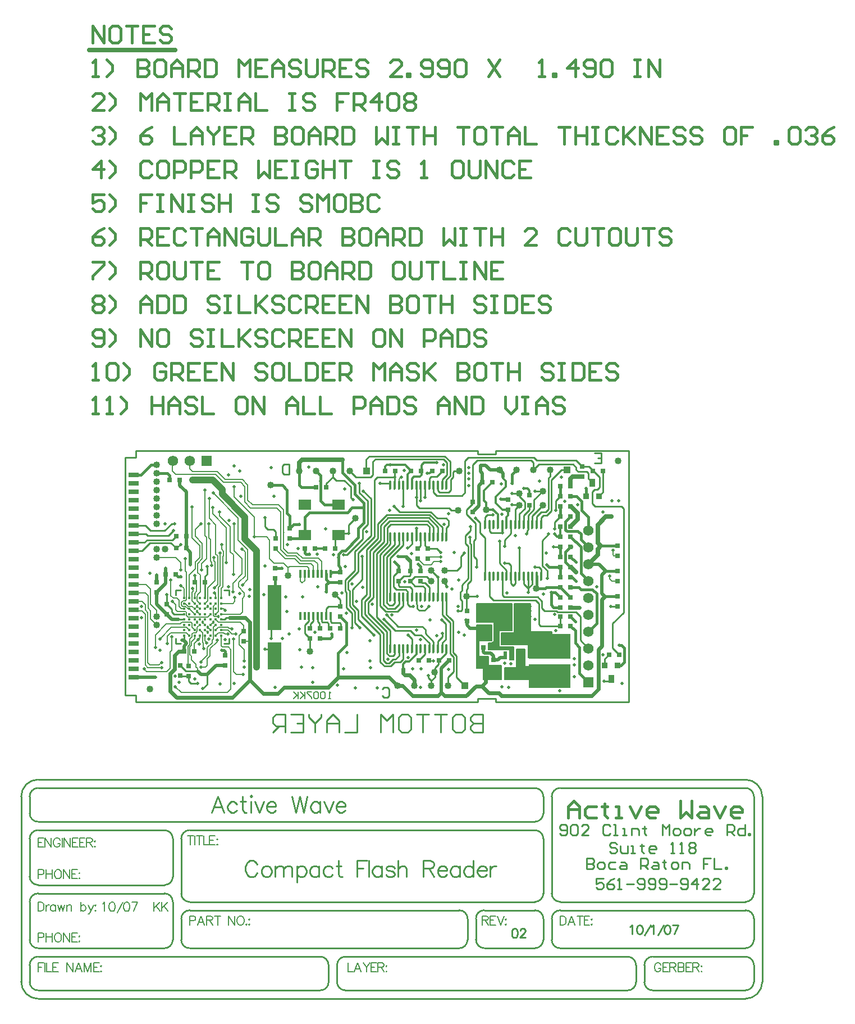
<source format=gbl>
%FSLAX24Y24*%
%MOIN*%
G70*
G01*
G75*
G04 Layer_Physical_Order=6*
G04 Layer_Color=65280*
%ADD10C,0.0120*%
%ADD11R,0.0394X0.0197*%
%ADD12R,0.0300X0.0300*%
%ADD13C,0.0400*%
%ADD14R,0.0200X0.0500*%
%ADD15R,0.0591X0.0315*%
%ADD16R,0.0300X0.0300*%
%ADD17R,0.0551X0.0354*%
%ADD18R,0.0354X0.0551*%
%ADD19R,0.0250X0.0550*%
%ADD20R,0.0250X0.0520*%
%ADD21R,0.0250X0.0950*%
%ADD22R,0.0550X0.0250*%
%ADD23R,0.0950X0.0250*%
%ADD24R,0.0600X0.0270*%
%ADD25R,0.0236X0.1100*%
%ADD26R,0.1000X0.0236*%
%ADD27R,0.0700X0.0500*%
%ADD28O,0.0160X0.0600*%
%ADD29R,0.0236X0.0236*%
%ADD30O,0.0160X0.0600*%
%ADD31R,0.0394X0.0394*%
%ADD32R,0.0200X0.0300*%
%ADD33O,0.0240X0.0800*%
%ADD34R,0.0472X0.0472*%
%ADD35R,0.0600X0.0500*%
%ADD36R,0.0360X0.0500*%
%ADD37R,0.0360X0.0360*%
%ADD38R,0.1500X0.0500*%
%ADD39R,0.0394X0.0413*%
%ADD40R,0.0413X0.0866*%
%ADD41R,0.0394X0.0413*%
%ADD42O,0.0600X0.0160*%
%ADD43R,0.0500X0.0200*%
%ADD44R,0.0360X0.0360*%
%ADD45R,0.0500X0.0360*%
%ADD46R,0.0315X0.0591*%
%ADD47R,0.0700X0.0236*%
%ADD48C,0.0120*%
%ADD49C,0.0500*%
%ADD50C,0.0140*%
%ADD51C,0.0100*%
%ADD52C,0.0150*%
%ADD53C,0.0200*%
%ADD54C,0.0080*%
%ADD55C,0.0250*%
%ADD56C,0.0300*%
%ADD57C,0.0090*%
%ADD58C,0.0050*%
%ADD59R,0.0620X0.0620*%
%ADD60C,0.0620*%
%ADD61R,0.0620X0.0620*%
%ADD62C,0.0200*%
%ADD63C,0.0180*%
%ADD64C,0.0400*%
G04:AMPARAMS|DCode=65|XSize=67mil|YSize=67mil|CornerRadius=0mil|HoleSize=0mil|Usage=FLASHONLY|Rotation=0.000|XOffset=0mil|YOffset=0mil|HoleType=Round|Shape=Relief|Width=8mil|Gap=8mil|Entries=4|*
%AMTHD65*
7,0,0,0.0670,0.0510,0.0080,45*
%
%ADD65THD65*%
%ADD66C,0.0750*%
%ADD67C,0.0500*%
G04:AMPARAMS|DCode=68|XSize=42mil|YSize=42mil|CornerRadius=0mil|HoleSize=0mil|Usage=FLASHONLY|Rotation=0.000|XOffset=0mil|YOffset=0mil|HoleType=Round|Shape=Relief|Width=8mil|Gap=8mil|Entries=4|*
%AMTHD68*
7,0,0,0.0420,0.0260,0.0080,45*
%
%ADD68THD68*%
%ADD69C,0.0600*%
G04:AMPARAMS|DCode=70|XSize=52mil|YSize=52mil|CornerRadius=0mil|HoleSize=0mil|Usage=FLASHONLY|Rotation=0.000|XOffset=0mil|YOffset=0mil|HoleType=Round|Shape=Relief|Width=8mil|Gap=8mil|Entries=4|*
%AMTHD70*
7,0,0,0.0520,0.0360,0.0080,45*
%
%ADD70THD70*%
%ADD71R,0.0748X0.0591*%
%ADD72O,0.0140X0.0600*%
%ADD73R,0.0800X0.0600*%
%ADD74O,0.0157X0.0472*%
%ADD75R,0.2500X0.1400*%
%ADD76R,0.2500X0.1500*%
%ADD77R,0.0400X0.0400*%
%ADD78R,0.0800X0.2700*%
%ADD79R,0.0800X0.1600*%
%ADD80C,0.0157*%
%ADD81C,0.0220*%
%ADD82C,0.0060*%
D12*
X24965Y11446D02*
D03*
Y3746D02*
D03*
Y10246D02*
D03*
Y9046D02*
D03*
Y6646D02*
D03*
Y7846D02*
D03*
Y6046D02*
D03*
Y4846D02*
D03*
X1164Y12400D02*
D03*
X1764D02*
D03*
X1544Y8358D02*
D03*
X2144D02*
D03*
X1544Y9058D02*
D03*
X2144D02*
D03*
X1519Y6793D02*
D03*
X919D02*
D03*
X2664Y6339D02*
D03*
X3264D02*
D03*
X2614Y2239D02*
D03*
X2014D02*
D03*
X10100Y3600D02*
D03*
X9500D02*
D03*
X10700D02*
D03*
X11300D02*
D03*
X10100Y3000D02*
D03*
X9500D02*
D03*
X16100Y12950D02*
D03*
X15500D02*
D03*
X24365Y6646D02*
D03*
Y7846D02*
D03*
Y3746D02*
D03*
Y6046D02*
D03*
Y9046D02*
D03*
Y10246D02*
D03*
Y11446D02*
D03*
X11000Y8350D02*
D03*
X10400D02*
D03*
X17150Y1700D02*
D03*
X17750D02*
D03*
X9855Y11975D02*
D03*
X10454D02*
D03*
X16750Y12950D02*
D03*
X17350D02*
D03*
X13950D02*
D03*
X14550D02*
D03*
X20319Y12265D02*
D03*
X19719D02*
D03*
X20380Y2481D02*
D03*
X19780D02*
D03*
X9800Y8350D02*
D03*
X9200D02*
D03*
X19780Y1751D02*
D03*
X20380D02*
D03*
X24965Y4296D02*
D03*
X24365D02*
D03*
X24965Y5446D02*
D03*
X24365D02*
D03*
Y7246D02*
D03*
X24965D02*
D03*
X24365Y9646D02*
D03*
X24965D02*
D03*
X24365Y10846D02*
D03*
X24965D02*
D03*
X24365Y12046D02*
D03*
X24965D02*
D03*
X27850Y2050D02*
D03*
X27250D02*
D03*
X26300Y12950D02*
D03*
X26900D02*
D03*
X24365Y4846D02*
D03*
X15950Y1700D02*
D03*
X16550D02*
D03*
X24965Y8446D02*
D03*
X24365D02*
D03*
D13*
X27800Y13550D02*
D03*
X0Y0D02*
D03*
X7150Y12100D02*
D03*
X16900Y1000D02*
D03*
X16686Y195D02*
D03*
X17686D02*
D03*
X10850Y12950D02*
D03*
X11850D02*
D03*
X23765Y12996D02*
D03*
X22765D02*
D03*
X18350Y12950D02*
D03*
X23315Y10896D02*
D03*
X21915D02*
D03*
Y11596D02*
D03*
X9500Y2250D02*
D03*
X11000Y5600D02*
D03*
X16690Y7041D02*
D03*
X23315Y11746D02*
D03*
X18300Y10600D02*
D03*
X19945Y10646D02*
D03*
X18794Y5495D02*
D03*
X8200Y6750D02*
D03*
X17500Y7050D02*
D03*
X22939Y5972D02*
D03*
X12200Y10150D02*
D03*
X14685Y195D02*
D03*
X17500Y6400D02*
D03*
X16688D02*
D03*
X8850Y12950D02*
D03*
X9850D02*
D03*
X15685Y195D02*
D03*
X20765Y12996D02*
D03*
X21765D02*
D03*
X394Y3808D02*
D03*
X2527Y12390D02*
D03*
X894Y8308D02*
D03*
X394Y7808D02*
D03*
Y8308D02*
D03*
Y9808D02*
D03*
Y10308D02*
D03*
Y10808D02*
D03*
Y11308D02*
D03*
Y12308D02*
D03*
Y12808D02*
D03*
Y13308D02*
D03*
X394Y4308D02*
D03*
X394Y11808D02*
D03*
D14*
X21080Y2001D02*
D03*
X21460D02*
D03*
X21830D02*
D03*
Y3001D02*
D03*
X21080D02*
D03*
D16*
X27766Y7001D02*
D03*
Y6401D02*
D03*
X15450Y6400D02*
D03*
Y7000D02*
D03*
X5564Y2832D02*
D03*
Y3432D02*
D03*
X2294Y1383D02*
D03*
Y783D02*
D03*
X1794Y789D02*
D03*
Y1389D02*
D03*
X387Y6346D02*
D03*
Y5746D02*
D03*
X987Y5046D02*
D03*
Y4446D02*
D03*
X7440Y7182D02*
D03*
Y6582D02*
D03*
X21265Y10646D02*
D03*
Y11246D02*
D03*
X14750Y6400D02*
D03*
Y7000D02*
D03*
X11300Y4300D02*
D03*
Y4900D02*
D03*
Y6350D02*
D03*
Y6950D02*
D03*
X8300Y8950D02*
D03*
Y9550D02*
D03*
X16069Y7000D02*
D03*
Y6400D02*
D03*
X19169Y10515D02*
D03*
Y11115D02*
D03*
X22515Y11496D02*
D03*
Y10896D02*
D03*
X25650Y13200D02*
D03*
Y12600D02*
D03*
X18815Y4646D02*
D03*
Y4046D02*
D03*
X7450Y8350D02*
D03*
Y8950D02*
D03*
X16500Y8350D02*
D03*
X15900D02*
D03*
X16500Y7750D02*
D03*
X15900D02*
D03*
X4450Y1400D02*
D03*
Y2000D02*
D03*
X27766Y4901D02*
D03*
Y5501D02*
D03*
Y8501D02*
D03*
Y7901D02*
D03*
D17*
X19950Y3506D02*
D03*
Y4294D02*
D03*
D18*
X21220Y4049D02*
D03*
X22008D02*
D03*
D24*
X-984Y11701D02*
D03*
Y11201D02*
D03*
Y10701D02*
D03*
Y10201D02*
D03*
Y9701D02*
D03*
Y9201D02*
D03*
Y8701D02*
D03*
Y8201D02*
D03*
Y7701D02*
D03*
Y7201D02*
D03*
Y6701D02*
D03*
Y6201D02*
D03*
Y5701D02*
D03*
Y5201D02*
D03*
Y4701D02*
D03*
Y4201D02*
D03*
Y3701D02*
D03*
Y3201D02*
D03*
Y2701D02*
D03*
Y2201D02*
D03*
Y1701D02*
D03*
Y1201D02*
D03*
Y701D02*
D03*
Y12201D02*
D03*
Y12701D02*
D03*
D36*
X27380Y600D02*
D03*
X26270Y12250D02*
D03*
D37*
X27750Y1400D02*
D03*
X27000D02*
D03*
X26650Y11450D02*
D03*
X25900D02*
D03*
D48*
X17500Y6400D02*
X17630Y6080D01*
X21263Y11247D02*
X21265Y11246D01*
X21167Y9767D02*
Y10220D01*
X21265Y10317D01*
X20911Y9482D02*
Y9767D01*
X20656D02*
Y10358D01*
X20368Y10646D02*
X20656Y10358D01*
X19829Y11185D02*
X19946Y11068D01*
X19829Y11185D02*
Y11775D01*
X20319Y12265D01*
X19946Y10646D02*
X20368D01*
X20914D02*
X21265D01*
Y10317D02*
Y10646D01*
X21120Y12011D02*
Y12350D01*
X20970Y12500D02*
X21120Y12350D01*
X20969Y12500D02*
Y12580D01*
Y12500D02*
X20970D01*
X20530Y11030D02*
Y11421D01*
Y11030D02*
X20914Y10646D01*
X20530Y11421D02*
X21120Y12011D01*
X22515Y11496D02*
Y11785D01*
X22410Y11890D02*
X22515Y11785D01*
X22200Y11890D02*
X22410D01*
X20911Y9261D02*
Y9767D01*
X20910Y9260D02*
X20911Y9261D01*
X15297Y12121D02*
Y12747D01*
X15398Y12848D01*
X15553Y12121D02*
Y12483D01*
X15670Y12600D01*
X16010D01*
X16110Y12700D01*
X15160Y13290D02*
X15500Y12950D01*
X14270Y13290D02*
X15160D01*
X13950Y12950D02*
Y13190D01*
X14050Y13290D01*
X14270D01*
X14270Y13290D01*
X16270Y13430D02*
X17030D01*
X16110Y13270D02*
X16270Y13430D01*
X16470Y12800D02*
X16600D01*
X16750Y12950D01*
X15809Y9050D02*
Y9531D01*
X15800Y9540D02*
X15809Y9531D01*
X19946Y10646D02*
Y11068D01*
X15809Y2059D02*
Y2400D01*
X15010Y1200D02*
Y1470D01*
X15170Y1630D01*
X15380D02*
X15809Y2059D01*
X15170Y1630D02*
X15380D01*
X16110Y12700D02*
Y13270D01*
D50*
X9800Y8350D02*
X10400D01*
X24365Y9046D02*
Y9646D01*
X24010Y9190D02*
X24154Y9046D01*
X24365D01*
D51*
X17110Y1660D02*
X17600Y2150D01*
X17110Y1480D02*
Y1660D01*
X16910Y1280D02*
X17110Y1480D01*
X28110Y4540D02*
Y10700D01*
X26050Y13200D02*
X26690Y12560D01*
X27980Y10830D02*
X28110Y10700D01*
X26690Y11960D02*
Y12560D01*
X26560Y11830D02*
X26690Y11960D01*
X26400Y11830D02*
X26560D01*
X26270Y11700D02*
X26400Y11830D01*
X26270Y11000D02*
Y11700D01*
Y11000D02*
X26440Y10830D01*
X27980D01*
X26650Y11450D02*
X26900Y11700D01*
Y12950D01*
X25650Y13200D02*
X26050D01*
X2012Y2896D02*
Y3186D01*
X19340Y10140D02*
X19595Y9885D01*
Y9276D02*
Y9885D01*
X20348Y10348D02*
X20350Y10350D01*
X20029Y10348D02*
X20348D01*
X19888Y10206D02*
X20029Y10348D01*
X20259Y9261D02*
X20911D01*
X20144Y9376D02*
X20259Y9261D01*
X20144Y9376D02*
Y9767D01*
X18794Y5495D02*
Y5906D01*
Y4667D02*
Y5495D01*
X16900Y1000D02*
X16910Y990D01*
X16900Y1000D02*
X16910Y1010D01*
Y1280D01*
Y1000D02*
Y1010D01*
Y990D02*
Y1000D01*
Y720D02*
Y990D01*
X19169Y11115D02*
Y13300D01*
Y11013D02*
Y11115D01*
X22455Y5976D02*
Y6688D01*
Y5726D02*
Y5976D01*
X22703Y6224D01*
X22191Y6240D02*
X22455Y5976D01*
X15297Y5471D02*
Y5773D01*
Y5043D02*
Y5471D01*
X22447Y9767D02*
Y10298D01*
Y9466D02*
Y9767D01*
X7390Y2360D02*
X7390D01*
X6830D02*
X7390D01*
X18880Y13730D02*
X22800D01*
X18700Y13550D02*
X18880Y13730D01*
X22800D02*
X22960Y13570D01*
X22627Y13560D02*
X22765Y13423D01*
X19429Y13560D02*
X22627D01*
X19169Y13300D02*
X19429Y13560D01*
X17030Y11480D02*
X18510D01*
X16832Y11678D02*
X17030Y11480D01*
X18700Y11670D02*
Y13550D01*
X18510Y11480D02*
X18700Y11670D01*
X16832Y11678D02*
Y12121D01*
X27460Y3890D02*
X28110Y4540D01*
X27460Y2440D02*
Y3890D01*
Y2440D02*
X27850Y2050D01*
X27370Y4900D02*
X27765D01*
X27766Y4901D01*
X25300Y13020D02*
X25430Y12890D01*
X26010Y12510D02*
X26270Y12250D01*
X26010Y12510D02*
Y12810D01*
X25930Y12890D02*
X26010Y12810D01*
X25430Y12890D02*
X25930D01*
X25300Y13020D02*
Y13150D01*
X22960Y13570D02*
X25280D01*
X25650Y13200D01*
X22765Y12996D02*
Y13423D01*
Y12996D02*
X23099Y13330D01*
X25120D01*
X25300Y13150D01*
X17760Y10740D02*
X17900Y10600D01*
X18300D01*
X15980Y10740D02*
X17760D01*
X15810Y10910D02*
X15980Y10740D01*
X15810Y10910D02*
Y11380D01*
X12170Y3950D02*
X12470Y3650D01*
X11000Y5600D02*
X11300Y5300D01*
Y4900D02*
Y5300D01*
X9180Y3790D02*
X9432Y4042D01*
X9180Y3320D02*
Y3790D01*
X9500Y2250D02*
Y3000D01*
X9180Y3320D02*
X9500Y3000D01*
X9432Y4042D02*
Y4330D01*
X9500Y3600D02*
X9540Y3640D01*
Y3880D01*
X9688Y4028D01*
Y4330D01*
X10060Y3640D02*
X10100Y3600D01*
X10060Y3640D02*
Y3900D01*
X9944Y4016D02*
X10060Y3900D01*
X9944Y4016D02*
Y4330D01*
X10600Y3700D02*
X10700Y3600D01*
X10600Y3700D02*
Y3880D01*
X10520Y3960D02*
X10600Y3880D01*
X10240Y3960D02*
X10520D01*
X10200Y4000D02*
X10240Y3960D01*
X10200Y4000D02*
Y4330D01*
X10590Y4900D02*
X11300D01*
X10455Y4765D02*
X10590Y4900D01*
X10455Y4330D02*
Y4765D01*
X11300Y3600D02*
X11320Y3620D01*
Y3870D01*
X11260Y3930D02*
X11320Y3870D01*
X10780Y3930D02*
X11260D01*
X10711Y3999D02*
X10780Y3930D01*
X10711Y3999D02*
Y4330D01*
X6840Y9630D02*
Y10170D01*
Y9630D02*
X6990Y9480D01*
X7310D01*
X7450Y9340D01*
Y8950D02*
Y9340D01*
X11180Y9170D02*
X11200Y9150D01*
X11030Y9170D02*
X11180D01*
X11000Y9140D02*
X11030Y9170D01*
X11000Y8350D02*
Y9140D01*
X11200Y9150D02*
X11290Y9240D01*
X11800D01*
X10454Y12190D02*
X10460D01*
X10454Y11975D02*
Y12190D01*
X10460D02*
X10850Y12580D01*
X11050Y12380D02*
X11540D01*
X10850Y12580D02*
Y12950D01*
X11930Y11350D02*
Y11990D01*
X10850Y12580D02*
X11050Y12380D01*
X11540D02*
X11930Y11990D01*
Y11350D02*
X12050Y11230D01*
X16300Y4660D02*
X16550Y4910D01*
X15980Y4660D02*
X16300D01*
X15870Y4770D02*
X15980Y4660D01*
X15870Y4770D02*
Y4990D01*
X15809Y5051D02*
X15870Y4990D01*
X15809Y5051D02*
Y5471D01*
X12430Y11650D02*
Y12210D01*
X13660D02*
X14270D01*
X14530Y12930D02*
X14550Y12950D01*
X14530Y12580D02*
Y12930D01*
X13320Y12410D02*
X13490Y12580D01*
X13320Y9030D02*
Y12410D01*
X14270Y12210D02*
X14273Y12207D01*
Y12121D02*
Y12207D01*
X11690Y7960D02*
X12620Y8890D01*
X11500Y7960D02*
X11690D01*
X15809Y11381D02*
X15810Y11380D01*
X15809Y11381D02*
Y12121D01*
X13120Y9120D02*
Y11300D01*
X12670Y11750D02*
X13120Y11300D01*
X14810Y10520D02*
X16670D01*
X14500Y10830D02*
X14810Y10520D01*
X12170Y8170D02*
X12980Y8980D01*
Y8980D02*
X13120Y9120D01*
X12170Y7050D02*
Y8170D01*
X12370Y8080D02*
X13320Y9030D01*
X12370Y6980D02*
Y8080D01*
X11580Y6460D02*
X12170Y7050D01*
X11770Y6380D02*
X12370Y6980D01*
X14050Y4390D02*
X14720Y3720D01*
X16160D01*
X16350Y3530D01*
Y3300D02*
Y3530D01*
Y3300D02*
X16832Y2818D01*
Y2400D02*
Y2818D01*
X15730Y3220D02*
X16100D01*
X16576Y2744D01*
Y2400D02*
Y2744D01*
X13900Y4150D02*
X14570Y3480D01*
X15470D01*
X15730Y3220D01*
X18799Y5490D02*
X19410D01*
X18794Y5495D02*
X18799Y5490D01*
X17360Y3110D02*
Y3310D01*
X17088Y2838D02*
X17360Y3110D01*
X17088Y2400D02*
Y2838D01*
X18530Y4710D02*
Y5250D01*
X18439Y5341D02*
X18530Y5250D01*
X18450Y4630D02*
X18530Y4710D01*
X18300Y4630D02*
X18450D01*
X18439Y5341D02*
Y5775D01*
X17330Y4110D02*
X17570Y3870D01*
Y2970D02*
Y3870D01*
X17344Y2744D02*
X17570Y2970D01*
X17344Y2400D02*
Y2744D01*
X14470Y6060D02*
Y6720D01*
Y6060D02*
X14640Y5890D01*
X14470Y6720D02*
X14750Y7000D01*
X14640Y5890D02*
X15180D01*
X15297Y5773D01*
Y5043D02*
X15440Y4900D01*
X15610D01*
X18460Y7270D02*
Y7870D01*
X18670Y8080D01*
X15450Y6760D02*
Y7000D01*
X18709Y9100D02*
X19030Y9421D01*
Y9646D01*
X19320Y8916D02*
Y9830D01*
X18779Y10371D02*
X19320Y9830D01*
X19214Y8810D02*
X19320Y8916D01*
X18779Y10371D02*
Y10623D01*
X16320Y8530D02*
X16500Y8350D01*
X16320Y8530D02*
Y9050D01*
X15900Y8350D02*
X16065Y8515D01*
Y9050D01*
X16690Y7041D02*
X17088Y6643D01*
Y5471D02*
Y6643D01*
X14050Y10340D02*
X16600D01*
X17344Y9596D01*
Y9050D02*
Y9596D01*
X14140Y10160D02*
X16548D01*
X17088Y9050D02*
Y9620D01*
X16548Y10160D02*
X17088Y9620D01*
X16832Y9050D02*
Y9620D01*
X14220Y9970D02*
X16482D01*
X16832Y9620D01*
X14280Y1360D02*
X14520Y1600D01*
X13520Y9810D02*
X14050Y10340D01*
X13670Y1620D02*
Y3230D01*
X12550Y4350D02*
Y5300D01*
Y4350D02*
X13670Y3230D01*
X13520Y8940D02*
Y9810D01*
X12860Y8280D02*
X13520Y8940D01*
X12860Y5610D02*
Y8280D01*
X12550Y5300D02*
X12860Y5610D01*
X13670Y1620D02*
X13930Y1360D01*
X14280D01*
X14520Y1600D02*
X14860D01*
X15041Y1781D01*
Y2400D01*
X14570Y1770D02*
X14785Y1985D01*
X13870Y1710D02*
Y3310D01*
X13700Y9720D02*
X14140Y10160D01*
X13700Y8840D02*
Y9720D01*
X13050Y8190D02*
X13700Y8840D01*
X13050Y5520D02*
Y8190D01*
X12750Y4430D02*
X13870Y3310D01*
X12750Y5220D02*
X13050Y5520D01*
X12750Y4430D02*
Y5220D01*
X14785Y1985D02*
Y2400D01*
X14410Y1770D02*
X14570D01*
X14190Y1550D02*
X14410Y1770D01*
X14030Y1550D02*
X14190D01*
X13870Y1710D02*
X14030Y1550D01*
X13890Y9640D02*
X14220Y9970D01*
X13890Y8750D02*
Y9640D01*
X13250Y5440D02*
Y8110D01*
X13890Y8750D01*
X14300Y9780D02*
X16420D01*
X13450Y4280D02*
Y8040D01*
X14080Y9560D02*
X14300Y9780D01*
X13450Y8040D02*
X14080Y8670D01*
Y9560D01*
X12950Y4510D02*
X14072Y3388D01*
X12950Y5140D02*
X13250Y5440D01*
X12950Y4510D02*
Y5140D01*
X14072Y2110D02*
Y3388D01*
Y2110D02*
X14212Y1970D01*
X14430D01*
X14529Y2069D01*
Y2400D01*
X13450Y4280D02*
X14273Y3457D01*
Y2400D02*
Y3457D01*
X16420Y9780D02*
X16576Y9624D01*
Y9050D02*
Y9624D01*
X14273Y7783D02*
X15041Y8551D01*
Y9050D01*
X14060Y7840D02*
X14785Y8565D01*
Y9050D01*
X14700Y4610D02*
X15041Y4951D01*
X13660Y7980D02*
X14273Y8593D01*
X13660Y4950D02*
Y7980D01*
X14273Y8593D02*
Y9050D01*
X13660Y4950D02*
X14000Y4610D01*
X14700D01*
X15041Y4951D02*
Y5471D01*
X14530Y4770D02*
X14785Y5025D01*
X14110Y4770D02*
X14530D01*
X13860Y7910D02*
X14529Y8579D01*
X13860Y5020D02*
Y7910D01*
Y5020D02*
X14110Y4770D01*
X14785Y5025D02*
Y5471D01*
X14529Y8579D02*
Y9050D01*
X14060Y5110D02*
Y7840D01*
Y5110D02*
X14210Y4960D01*
X14400D01*
X14529Y5089D01*
Y5471D01*
X14273D02*
Y7783D01*
X17500Y7050D02*
X18240D01*
X18460Y7270D01*
X15050Y6700D02*
X15390D01*
X15450Y6760D01*
X14750Y6400D02*
X15050Y6700D01*
X14750Y6140D02*
X14830Y6060D01*
X14750Y6140D02*
Y6400D01*
X14830Y6060D02*
X15440D01*
X15553Y5947D01*
Y5471D02*
Y5947D01*
X16320Y5471D02*
Y5990D01*
X15450Y6400D02*
X15730Y6120D01*
X16190D01*
X16320Y5990D01*
X16576Y5471D02*
Y6054D01*
X16069Y6400D02*
X16149Y6320D01*
X16310D01*
X16576Y6054D01*
X15720Y6670D02*
X16418D01*
X16688Y6400D01*
X15450D02*
X15720Y6670D01*
X16686Y195D02*
X16690Y200D01*
Y500D01*
X16910Y720D01*
X18794Y4667D02*
X18815Y4646D01*
X2294Y466D02*
X2428Y332D01*
X1799Y783D02*
X2294D01*
Y466D02*
Y783D01*
X2428Y332D02*
X2840D01*
X1222Y8680D02*
X1544Y8358D01*
X-489Y8201D02*
X-10Y8680D01*
X1222D01*
X-984Y8201D02*
X-489D01*
X1275Y9806D02*
X1467D01*
X16Y9401D02*
X870D01*
X1275Y9806D01*
X-284Y9701D02*
X16Y9401D01*
X-984Y9701D02*
X-284D01*
X1076Y9101D02*
X1382Y9407D01*
X-134Y9101D02*
X1076D01*
X-234Y9201D02*
X-134Y9101D01*
X-984Y9201D02*
X-234D01*
X1337Y8851D02*
X1544Y9058D01*
X-184Y8851D02*
X1337D01*
X-334Y8701D02*
X-184Y8851D01*
X-984Y8701D02*
X-334D01*
X3390Y280D02*
Y868D01*
X3140Y30D02*
X3390Y280D01*
X4394Y5864D02*
X4689D01*
Y5568D02*
Y5864D01*
Y2714D02*
X4689Y3009D01*
X4394Y2714D02*
X4689Y2714D01*
X1539Y5568D02*
Y5864D01*
X1835D01*
X1539Y2714D02*
X1835D01*
X1539D02*
Y3009D01*
X21423Y6282D02*
Y6696D01*
X2004Y4139D02*
X2012Y4131D01*
X1697Y4139D02*
X2004D01*
X18709Y8645D02*
Y9100D01*
Y8645D02*
X18884Y8470D01*
X18509Y6180D02*
X18884Y6555D01*
Y8470D01*
X18509Y5845D02*
Y6180D01*
X18975Y8655D02*
X19044Y8587D01*
X18975Y8655D02*
Y8998D01*
X19044Y6445D02*
Y8587D01*
X18848Y6250D02*
X19044Y6445D01*
X18848Y5960D02*
Y6250D01*
X4514Y4236D02*
X4714D01*
X4409Y4131D02*
X4514Y4236D01*
X4216Y4131D02*
X4409D01*
X2122Y1060D02*
X2802D01*
X2814Y1073D01*
X3264Y6704D02*
X3380Y6820D01*
Y7256D01*
X3264Y6339D02*
Y6704D01*
X987Y5046D02*
Y5616D01*
X1794Y789D02*
X1799Y783D01*
X1794Y1389D02*
X2122Y1060D01*
X3264Y6339D02*
X3272Y6336D01*
X3264Y6339D02*
X3272Y6331D01*
Y5391D02*
Y6331D01*
X2012Y2241D02*
X2014Y2239D01*
X1427Y4446D02*
X2012D01*
X1287Y4586D02*
X1427Y4446D01*
X1287Y4586D02*
Y4746D01*
X987Y5046D02*
X1287Y4746D01*
X2642Y6316D02*
X2664Y6339D01*
X2642Y6361D02*
X2664Y6339D01*
X2642Y6361D02*
Y6730D01*
X18794Y5906D02*
X18848Y5960D01*
X22805Y11236D02*
X23315Y11746D01*
X22805Y10656D02*
Y11236D01*
X22515Y10637D02*
Y10896D01*
X22191Y10314D02*
X22515Y10637D01*
X18439Y5775D02*
X18509Y5845D01*
X23955Y8446D02*
X24365D01*
X23965Y7246D02*
X24365D01*
X19595Y9276D02*
X19888Y8983D01*
Y6696D02*
Y8983D01*
Y9767D02*
Y10206D01*
X23212Y6694D02*
X23215Y6696D01*
X21676Y9764D02*
X21679Y9767D01*
X22703D02*
Y10284D01*
X23315Y10896D01*
X22191Y9767D02*
Y10314D01*
X21915Y11445D02*
Y11596D01*
Y11445D02*
X22243Y11116D01*
Y10716D02*
Y11116D01*
X21935Y10408D02*
X22243Y10716D01*
X21935Y9767D02*
Y10408D01*
X21679Y9767D02*
Y10661D01*
X21915Y10896D01*
X22959Y9767D02*
Y10231D01*
X23223Y10496D01*
X23483D01*
X23643Y10656D01*
X23215Y9767D02*
Y10167D01*
X23343Y10296D01*
X23563D01*
X23823Y10556D01*
X18685Y195D02*
Y195D01*
X18779Y10623D02*
X19169Y11013D01*
X22191Y6240D02*
Y6696D01*
X22447D02*
X22455Y6688D01*
X22703Y6224D02*
Y6696D01*
X21423Y6282D02*
X21555Y6151D01*
X21679Y6276D01*
Y6696D01*
X24415Y12996D02*
X24765D01*
X23823Y12405D02*
X24415Y12996D01*
X23823Y10556D02*
Y12405D01*
X23643Y12515D02*
X23765Y12636D01*
Y12996D01*
X23643Y10656D02*
Y12515D01*
X7390Y1982D02*
Y2360D01*
X7390Y1982D02*
X7390Y1982D01*
X7200Y3020D02*
Y4672D01*
X7380Y4852D01*
X24010Y9500D02*
Y9891D01*
X24365Y10246D01*
X24080Y11161D02*
X24365Y11446D01*
X24080Y10600D02*
Y11161D01*
X21423Y9223D02*
Y9767D01*
X21050Y8460D02*
Y8850D01*
X21423Y9223D01*
X22385Y9205D02*
Y9404D01*
X22370Y9190D02*
X22385Y9205D01*
Y9404D02*
X22447Y9466D01*
X22447Y10298D02*
X22805Y10656D01*
X23300Y8820D02*
X23670Y9190D01*
X23300Y7320D02*
X23589Y7031D01*
Y6570D02*
Y7031D01*
X23300Y7320D02*
Y8820D01*
X21050Y7460D02*
X21300D01*
X21423Y7337D01*
Y6696D02*
Y7337D01*
X23215Y6696D02*
Y7105D01*
X22870Y7230D02*
X23090D01*
X23215Y7105D01*
X19400Y7230D02*
Y7690D01*
X19214Y7876D02*
Y8810D01*
Y7876D02*
X19400Y7690D01*
X24359Y3740D02*
X24365Y3746D01*
X24365D02*
Y4296D01*
X16320Y2070D02*
Y2400D01*
X15950Y1700D02*
X16320Y2070D01*
X17600Y2150D02*
Y2400D01*
X16576Y12121D02*
Y12506D01*
X16690Y12620D01*
X17020D01*
X17350Y12950D01*
X17344Y12121D02*
Y12424D01*
X17630Y12710D01*
X17600Y12121D02*
Y12440D01*
X17810Y12650D01*
X17420Y13640D02*
X17630Y13430D01*
Y12710D02*
Y13430D01*
X12830Y13630D02*
X13010Y13810D01*
X12830Y12970D02*
Y13630D01*
Y12970D02*
X12850Y12950D01*
X13010Y13810D02*
X17490D01*
X17810Y13490D01*
Y12650D02*
Y13490D01*
X13230D02*
X13380Y13640D01*
X13230Y12700D02*
Y13490D01*
X13090Y12560D02*
X13230Y12700D01*
X12240Y12560D02*
X13090D01*
X11850Y12950D02*
X12240Y12560D01*
X13380Y13640D02*
X17420D01*
X17088Y11772D02*
Y12121D01*
Y11772D02*
X17180Y11680D01*
X17730D01*
X17850Y11800D01*
Y12430D01*
X18060Y12950D02*
X18350D01*
X17850Y12430D02*
X17980Y12560D01*
Y12870D01*
X18060Y12950D01*
X17600Y9050D02*
Y9560D01*
X17730Y9690D01*
Y9980D01*
X17580Y10130D02*
X17730Y9980D01*
X17060Y10130D02*
X17580D01*
X10454Y11975D02*
X10460Y11969D01*
X16670Y10520D02*
X17060Y10130D01*
X21486Y11596D02*
X21915D01*
X21490Y10950D02*
X21861D01*
X21915Y10896D01*
X22866Y11746D02*
X23315D01*
X16320Y11380D02*
Y12121D01*
X16320Y11380D02*
X16320Y11380D01*
X16065Y11165D02*
Y12121D01*
Y11165D02*
X16070Y11160D01*
X15041Y10831D02*
Y12121D01*
X15040Y10830D02*
X15041Y10831D01*
X15553Y8613D02*
Y9050D01*
X15300Y8360D02*
X15553Y8613D01*
X12590Y6490D02*
Y7880D01*
X12360Y4130D02*
X13290Y3200D01*
X15553Y2400D02*
Y2957D01*
X15310Y3200D02*
X15553Y2957D01*
X20750Y7460D02*
Y8760D01*
X21167Y6696D02*
Y7043D01*
X20750Y7460D02*
X21167Y7043D01*
X17686Y195D02*
Y706D01*
X18010Y1030D01*
X17344Y4406D02*
Y5471D01*
X17600Y4420D02*
Y5471D01*
X17344Y4406D02*
X17810Y3940D01*
X17775Y4245D02*
X17990Y4030D01*
X18190Y691D02*
X18685Y195D01*
X17600Y4420D02*
X17775Y4245D01*
X16500Y8350D02*
X17020D01*
X17270Y8100D01*
X21935Y8365D02*
X21940Y8370D01*
X21935Y6696D02*
Y8365D01*
X27000Y1400D02*
Y1800D01*
X27250Y2050D01*
X27240Y460D02*
X27380Y600D01*
X26960Y460D02*
X27240D01*
X16510Y680D02*
Y810D01*
Y680D02*
X16690Y500D01*
X20144Y5496D02*
X20380Y5260D01*
X22900D01*
X23090Y5070D01*
Y3850D02*
Y5070D01*
X20144Y5496D02*
Y6696D01*
X23090Y3850D02*
X23200Y3740D01*
X24359D01*
X20911Y5569D02*
Y6696D01*
Y5569D02*
X21020Y5460D01*
X23010D01*
X23270Y5200D01*
Y4810D02*
Y5200D01*
Y4810D02*
X23430Y4650D01*
X24115D01*
X24205Y4560D01*
X25300D01*
X25560Y4300D01*
Y2893D02*
X26035Y2417D01*
X25560Y2893D02*
Y4300D01*
X17810Y2090D02*
X18010Y1890D01*
X17810Y2090D02*
Y3940D01*
X18010Y1030D02*
Y1890D01*
X17990Y2180D02*
X18190Y1980D01*
X17990Y2180D02*
Y4030D01*
X18190Y691D02*
Y1980D01*
X12620Y8890D02*
Y9470D01*
X12920Y9770D02*
Y11160D01*
X12620Y9470D02*
X12920Y9770D01*
X12430Y11650D02*
X12920Y11160D01*
X11800Y9240D02*
Y9750D01*
X12200Y10150D01*
X11580Y5820D02*
X11660Y5740D01*
Y4830D02*
Y5740D01*
Y4830D02*
X11980Y4510D01*
Y3650D02*
Y4510D01*
X11580Y5820D02*
Y6460D01*
X11770Y5920D02*
X11850Y5840D01*
Y4930D02*
Y5840D01*
Y4930D02*
X12170Y4610D01*
X14529Y12121D02*
Y12580D01*
X12170Y3950D02*
Y4610D01*
X11770Y5920D02*
Y6380D01*
X13490Y12580D02*
X14530D01*
X12360Y4130D02*
Y4670D01*
X12010Y5020D02*
X12360Y4670D01*
X12010Y5020D02*
Y5910D01*
X12590Y6490D01*
X19743Y-1498D02*
Y-2564D01*
X19210D01*
X19032Y-2386D01*
Y-2209D01*
X19210Y-2031D01*
X19743D01*
X19210D01*
X19032Y-1853D01*
Y-1676D01*
X19210Y-1498D01*
X19743D01*
X18143D02*
X18499D01*
X18677Y-1676D01*
Y-2386D01*
X18499Y-2564D01*
X18143D01*
X17966Y-2386D01*
Y-1676D01*
X18143Y-1498D01*
X17610D02*
X16899D01*
X17255D01*
Y-2564D01*
X16544Y-1498D02*
X15833D01*
X16189D01*
Y-2564D01*
X14945Y-1498D02*
X15300D01*
X15478Y-1676D01*
Y-2386D01*
X15300Y-2564D01*
X14945D01*
X14767Y-2386D01*
Y-1676D01*
X14945Y-1498D01*
X14411Y-2564D02*
Y-1498D01*
X14056Y-1853D01*
X13700Y-1498D01*
Y-2564D01*
X12279Y-1498D02*
Y-2564D01*
X11568D01*
X11212D02*
Y-1853D01*
X10857Y-1498D01*
X10502Y-1853D01*
Y-2564D01*
Y-2031D01*
X11212D01*
X10146Y-1498D02*
Y-1676D01*
X9791Y-2031D01*
X9435Y-1676D01*
Y-1498D01*
X9791Y-2031D02*
Y-2564D01*
X8369Y-1498D02*
X9080D01*
Y-2564D01*
X8369D01*
X9080Y-2031D02*
X8724D01*
X8013Y-2564D02*
Y-1498D01*
X7480D01*
X7303Y-1676D01*
Y-2031D01*
X7480Y-2209D01*
X8013D01*
X7658D02*
X7303Y-2564D01*
X8250Y13340D02*
Y12740D01*
X7950D01*
X7850Y12840D01*
Y13240D01*
X7950Y13340D01*
X8250D01*
X13780Y20D02*
X13880Y120D01*
X14080D01*
X14180Y20D01*
Y-380D01*
X14080Y-480D01*
X13880D01*
X13780Y-380D01*
X26380Y14000D02*
X26780D01*
Y13400D01*
X26380D01*
X26780Y13700D02*
X26580D01*
X35851Y-13606D02*
G03*
X35361Y-13116I-490J0D01*
G01*
X24351D02*
G03*
X23851Y-13616I0J-500D01*
G01*
X35351Y-12616D02*
G03*
X35851Y-12116I0J500D01*
G01*
X23851D02*
G03*
X24351Y-12616I500J0D01*
G01*
X-6649Y-5366D02*
G03*
X-7649Y-6366I0J-1000D01*
G01*
Y-17356D02*
G03*
X-6656Y-18366I1010J0D01*
G01*
X35351Y-18366D02*
G03*
X36351Y-17366I0J1000D01*
G01*
Y-6366D02*
G03*
X35351Y-5366I-1000J0D01*
G01*
X35851Y-6356D02*
G03*
X35344Y-5866I-490J0D01*
G01*
X35351Y-15366D02*
G03*
X35851Y-14866I0J500D01*
G01*
X35851Y-16357D02*
G03*
X35351Y-15866I-500J-9D01*
G01*
Y-17866D02*
G03*
X35851Y-17366I0J500D01*
G01*
X22851Y-15366D02*
G03*
X23351Y-14866I0J500D01*
G01*
X23851Y-14876D02*
G03*
X24350Y-15366I490J0D01*
G01*
X23351Y-13606D02*
G03*
X22861Y-13116I-490J0D01*
G01*
X-7149Y-17366D02*
G03*
X-6658Y-17866I500J0D01*
G01*
X22860Y-12616D02*
G03*
X23351Y-12116I-9J500D01*
G01*
X-6649Y-15866D02*
G03*
X-7149Y-16366I0J-500D01*
G01*
X23351Y-8866D02*
G03*
X22851Y-8366I-500J0D01*
G01*
Y-7866D02*
G03*
X23351Y-7366I0J500D01*
G01*
X24351Y-5866D02*
G03*
X23851Y-6366I0J-500D01*
G01*
X23351D02*
G03*
X22851Y-5866I-500J0D01*
G01*
X-6649D02*
G03*
X-7149Y-6366I0J-500D01*
G01*
Y-7366D02*
G03*
X-6649Y-7866I500J0D01*
G01*
Y-8366D02*
G03*
X-7149Y-8866I0J-500D01*
G01*
Y-11116D02*
G03*
X-6649Y-11616I500J0D01*
G01*
Y-12116D02*
G03*
X-7149Y-12616I0J-500D01*
G01*
Y-14866D02*
G03*
X-6658Y-15366I500J0D01*
G01*
X2351Y-8366D02*
G03*
X1851Y-8866I0J-500D01*
G01*
X2351Y-13116D02*
G03*
X1851Y-13616I0J-500D01*
G01*
X19831Y-13116D02*
G03*
X19352Y-13621I0J-480D01*
G01*
X19351Y-14856D02*
G03*
X19852Y-15366I510J0D01*
G01*
X18361Y-15366D02*
G03*
X18851Y-14867I0J490D01*
G01*
X18851Y-13606D02*
G03*
X18361Y-13116I-490J0D01*
G01*
X861Y-15366D02*
G03*
X1351Y-14876I0J490D01*
G01*
X1851D02*
G03*
X2341Y-15366I490J0D01*
G01*
X1851Y-12126D02*
G03*
X2341Y-12616I490J0D01*
G01*
X1351Y-12606D02*
G03*
X844Y-12116I-490J0D01*
G01*
X871Y-11616D02*
G03*
X1351Y-11136I0J480D01*
G01*
Y-8856D02*
G03*
X861Y-8366I-490J0D01*
G01*
X29851Y-15866D02*
G03*
X29351Y-16366I0J-500D01*
G01*
Y-17376D02*
G03*
X29850Y-17866I490J0D01*
G01*
X28363Y-17866D02*
G03*
X28851Y-17369I8J480D01*
G01*
X28851Y-16366D02*
G03*
X28351Y-15866I-500J0D01*
G01*
X11101Y-17366D02*
G03*
X11592Y-17866I500J0D01*
G01*
X11601Y-15866D02*
G03*
X11101Y-16366I0J-500D01*
G01*
X10113Y-17866D02*
G03*
X10601Y-17369I8J480D01*
G01*
X10601Y-16366D02*
G03*
X10101Y-15866I-500J0D01*
G01*
X35851Y-14866D02*
Y-13606D01*
X23851Y-14866D02*
Y-13616D01*
X35851Y-12116D02*
Y-6366D01*
X23851Y-12116D02*
Y-6366D01*
X-7649Y-17366D02*
Y-6366D01*
X-7149Y-17366D02*
Y-16366D01*
X35851Y-17366D02*
Y-16366D01*
X23351Y-14866D02*
Y-13616D01*
X19351Y-14866D02*
Y-13616D01*
X1851Y-14866D02*
Y-13616D01*
X18851Y-14866D02*
Y-13616D01*
X1851Y-12116D02*
Y-8866D01*
X23351Y-12116D02*
Y-8866D01*
Y-7366D02*
Y-6366D01*
X-7149Y-7366D02*
Y-6366D01*
X1351Y-11116D02*
Y-8866D01*
X-7149Y-11116D02*
Y-8866D01*
X1351Y-14866D02*
Y-12616D01*
X-7149Y-14866D02*
Y-12616D01*
X36351Y-17366D02*
Y-6366D01*
X29351Y-17366D02*
Y-16366D01*
X28851Y-17366D02*
Y-16366D01*
X11101Y-17366D02*
Y-16366D01*
X10601Y-17366D02*
Y-16366D01*
X24351Y-13116D02*
X35351D01*
X24351Y-12616D02*
X35351D01*
X2351D02*
X22851D01*
X24351Y-5866D02*
X35351D01*
X24351Y-15366D02*
X35351D01*
X19851Y-13116D02*
X22851D01*
X19851Y-15366D02*
X22851D01*
X2351D02*
X18351D01*
X2351Y-13116D02*
X18351D01*
X2351Y-8366D02*
X22851D01*
X-6649Y-7866D02*
X22851D01*
X-6649Y-8366D02*
X851D01*
X-6649Y-11616D02*
X851D01*
X-6649Y-12116D02*
X851D01*
X-6649Y-15366D02*
X851D01*
X-6649Y-5366D02*
X35351D01*
X-6649Y-18366D02*
X35351D01*
X-6649Y-5866D02*
X22851D01*
X29851Y-15866D02*
X35351D01*
X29851Y-17866D02*
X35351D01*
X11601Y-15866D02*
X28351D01*
X-6649D02*
X10101D01*
X-6649Y-17866D02*
X10101D01*
X11601D02*
X28351D01*
X27710Y-9190D02*
X27604Y-9084D01*
X27391D01*
X27284Y-9190D01*
Y-9297D01*
X27391Y-9404D01*
X27604D01*
X27710Y-9510D01*
Y-9617D01*
X27604Y-9723D01*
X27391D01*
X27284Y-9617D01*
X27924Y-9297D02*
Y-9617D01*
X28030Y-9723D01*
X28350D01*
Y-9297D01*
X28564Y-9723D02*
X28777D01*
X28670D01*
Y-9297D01*
X28564D01*
X29203Y-9190D02*
Y-9297D01*
X29097D01*
X29310D01*
X29203D01*
Y-9617D01*
X29310Y-9723D01*
X29950D02*
X29737D01*
X29630Y-9617D01*
Y-9404D01*
X29737Y-9297D01*
X29950D01*
X30056Y-9404D01*
Y-9510D01*
X29630D01*
X30909Y-9723D02*
X31123D01*
X31016D01*
Y-9084D01*
X30909Y-9190D01*
X31443Y-9723D02*
X31656D01*
X31549D01*
Y-9084D01*
X31443Y-9190D01*
X31976D02*
X32082Y-9084D01*
X32296D01*
X32402Y-9190D01*
Y-9297D01*
X32296Y-9404D01*
X32402Y-9510D01*
Y-9617D01*
X32296Y-9723D01*
X32082D01*
X31976Y-9617D01*
Y-9510D01*
X32082Y-9404D01*
X31976Y-9297D01*
Y-9190D01*
X32082Y-9404D02*
X32296D01*
X26911Y-11234D02*
X26484D01*
Y-11554D01*
X26697Y-11447D01*
X26804D01*
X26911Y-11554D01*
Y-11767D01*
X26804Y-11873D01*
X26591D01*
X26484Y-11767D01*
X27550Y-11234D02*
X27337Y-11340D01*
X27124Y-11554D01*
Y-11767D01*
X27230Y-11873D01*
X27444D01*
X27550Y-11767D01*
Y-11660D01*
X27444Y-11554D01*
X27124D01*
X27764Y-11873D02*
X27977D01*
X27870D01*
Y-11234D01*
X27764Y-11340D01*
X28297Y-11554D02*
X28723D01*
X28937Y-11767D02*
X29043Y-11873D01*
X29256D01*
X29363Y-11767D01*
Y-11340D01*
X29256Y-11234D01*
X29043D01*
X28937Y-11340D01*
Y-11447D01*
X29043Y-11554D01*
X29363D01*
X29576Y-11767D02*
X29683Y-11873D01*
X29896D01*
X30003Y-11767D01*
Y-11340D01*
X29896Y-11234D01*
X29683D01*
X29576Y-11340D01*
Y-11447D01*
X29683Y-11554D01*
X30003D01*
X30216Y-11767D02*
X30323Y-11873D01*
X30536D01*
X30643Y-11767D01*
Y-11340D01*
X30536Y-11234D01*
X30323D01*
X30216Y-11340D01*
Y-11447D01*
X30323Y-11554D01*
X30643D01*
X30856D02*
X31282D01*
X31496Y-11767D02*
X31602Y-11873D01*
X31816D01*
X31922Y-11767D01*
Y-11340D01*
X31816Y-11234D01*
X31602D01*
X31496Y-11340D01*
Y-11447D01*
X31602Y-11554D01*
X31922D01*
X32455Y-11873D02*
Y-11234D01*
X32135Y-11554D01*
X32562D01*
X33202Y-11873D02*
X32775D01*
X33202Y-11447D01*
Y-11340D01*
X33095Y-11234D01*
X32882D01*
X32775Y-11340D01*
X33842Y-11873D02*
X33415D01*
X33842Y-11447D01*
Y-11340D01*
X33735Y-11234D01*
X33522D01*
X33415Y-11340D01*
X24334Y-8567D02*
X24441Y-8673D01*
X24654D01*
X24760Y-8567D01*
Y-8140D01*
X24654Y-8034D01*
X24441D01*
X24334Y-8140D01*
Y-8247D01*
X24441Y-8354D01*
X24760D01*
X24974Y-8140D02*
X25080Y-8034D01*
X25294D01*
X25400Y-8140D01*
Y-8567D01*
X25294Y-8673D01*
X25080D01*
X24974Y-8567D01*
Y-8140D01*
X26040Y-8673D02*
X25614D01*
X26040Y-8247D01*
Y-8140D01*
X25933Y-8034D01*
X25720D01*
X25614Y-8140D01*
X27320D02*
X27213Y-8034D01*
X27000D01*
X26893Y-8140D01*
Y-8567D01*
X27000Y-8673D01*
X27213D01*
X27320Y-8567D01*
X27533Y-8673D02*
X27746D01*
X27640D01*
Y-8034D01*
X27533D01*
X28066Y-8673D02*
X28279D01*
X28173D01*
Y-8247D01*
X28066D01*
X28599Y-8673D02*
Y-8247D01*
X28919D01*
X29026Y-8354D01*
Y-8673D01*
X29346Y-8140D02*
Y-8247D01*
X29239D01*
X29452D01*
X29346D01*
Y-8567D01*
X29452Y-8673D01*
X30412D02*
Y-8034D01*
X30625Y-8247D01*
X30839Y-8034D01*
Y-8673D01*
X31158D02*
X31372D01*
X31478Y-8567D01*
Y-8354D01*
X31372Y-8247D01*
X31158D01*
X31052Y-8354D01*
Y-8567D01*
X31158Y-8673D01*
X31798D02*
X32011D01*
X32118Y-8567D01*
Y-8354D01*
X32011Y-8247D01*
X31798D01*
X31692Y-8354D01*
Y-8567D01*
X31798Y-8673D01*
X32331Y-8247D02*
Y-8673D01*
Y-8460D01*
X32438Y-8354D01*
X32545Y-8247D01*
X32651D01*
X33291Y-8673D02*
X33078D01*
X32971Y-8567D01*
Y-8354D01*
X33078Y-8247D01*
X33291D01*
X33398Y-8354D01*
Y-8460D01*
X32971D01*
X34251Y-8673D02*
Y-8034D01*
X34571D01*
X34677Y-8140D01*
Y-8354D01*
X34571Y-8460D01*
X34251D01*
X34464D02*
X34677Y-8673D01*
X35317Y-8034D02*
Y-8673D01*
X34997D01*
X34891Y-8567D01*
Y-8354D01*
X34997Y-8247D01*
X35317D01*
X35530Y-8673D02*
Y-8567D01*
X35637D01*
Y-8673D01*
X35530D01*
X25934Y-10034D02*
Y-10673D01*
X26254D01*
X26360Y-10567D01*
Y-10460D01*
X26254Y-10354D01*
X25934D01*
X26254D01*
X26360Y-10247D01*
Y-10140D01*
X26254Y-10034D01*
X25934D01*
X26680Y-10673D02*
X26894D01*
X27000Y-10567D01*
Y-10354D01*
X26894Y-10247D01*
X26680D01*
X26574Y-10354D01*
Y-10567D01*
X26680Y-10673D01*
X27640Y-10247D02*
X27320D01*
X27214Y-10354D01*
Y-10567D01*
X27320Y-10673D01*
X27640D01*
X27960Y-10247D02*
X28173D01*
X28280Y-10354D01*
Y-10673D01*
X27960D01*
X27853Y-10567D01*
X27960Y-10460D01*
X28280D01*
X29133Y-10673D02*
Y-10034D01*
X29453D01*
X29559Y-10140D01*
Y-10354D01*
X29453Y-10460D01*
X29133D01*
X29346D02*
X29559Y-10673D01*
X29879Y-10247D02*
X30093D01*
X30199Y-10354D01*
Y-10673D01*
X29879D01*
X29773Y-10567D01*
X29879Y-10460D01*
X30199D01*
X30519Y-10140D02*
Y-10247D01*
X30413D01*
X30626D01*
X30519D01*
Y-10567D01*
X30626Y-10673D01*
X31052D02*
X31266D01*
X31372Y-10567D01*
Y-10354D01*
X31266Y-10247D01*
X31052D01*
X30946Y-10354D01*
Y-10567D01*
X31052Y-10673D01*
X31585D02*
Y-10247D01*
X31905D01*
X32012Y-10354D01*
Y-10673D01*
X33292Y-10034D02*
X32865D01*
Y-10354D01*
X33078D01*
X32865D01*
Y-10673D01*
X33505Y-10034D02*
Y-10673D01*
X33931D01*
X34145D02*
Y-10567D01*
X34251D01*
Y-10673D01*
X34145D01*
X-1484Y-349D02*
X-834D01*
Y-749D02*
Y-349D01*
Y-749D02*
X19466D01*
Y-549D01*
X20516D01*
Y-749D02*
Y-549D01*
Y-749D02*
X28416D01*
Y14151D01*
X20516D02*
X28416D01*
X20516Y13951D02*
Y14151D01*
X19466Y13951D02*
X20516D01*
X19466D02*
Y14151D01*
X-834D02*
X19466D01*
X-834Y13751D02*
Y14151D01*
X-1484Y13751D02*
X-834D01*
X-1484Y-349D02*
Y13751D01*
D52*
X10710Y6950D02*
X11300D01*
X11160Y690D02*
Y2150D01*
X21500Y12210D02*
Y12731D01*
X21765Y12996D01*
X10140Y12330D02*
Y12660D01*
Y11160D02*
Y12330D01*
X-984Y12701D02*
X-534D01*
X-1084D02*
X-984D01*
X25900Y11450D02*
Y11910D01*
X27000Y5501D02*
X27766D01*
X26760Y8501D02*
X27766D01*
X25630Y10600D02*
X26035Y10194D01*
X25630Y10600D02*
Y11136D01*
X26035Y9926D02*
Y10194D01*
X25320Y11446D02*
X25630Y11136D01*
X24965Y11446D02*
X25320D01*
X26035Y9417D02*
X26035Y9926D01*
X27060Y7001D02*
X27766D01*
X1022Y12808D02*
X1160Y12670D01*
Y12404D02*
X1164Y12400D01*
X1160Y12404D02*
Y12670D01*
X394Y12808D02*
X1022D01*
X11660Y2650D02*
Y3940D01*
X11160Y2150D02*
X11660Y2650D01*
X11300Y4300D02*
X11660Y3940D01*
X10690Y3000D02*
X10780Y3090D01*
Y3260D01*
X10100Y3000D02*
X10690D01*
X10450Y5780D02*
Y6190D01*
X10610Y6350D01*
X10455Y6505D02*
X10610Y6350D01*
X11300D01*
X10455Y6505D02*
Y6850D01*
X11180Y7340D02*
X11300Y7220D01*
Y6950D02*
Y7220D01*
X10710Y6851D02*
X10711Y6850D01*
X10710Y6851D02*
Y6950D01*
X9850Y12950D02*
X10140Y12660D01*
Y11160D02*
X10350Y10950D01*
X11200D01*
X9000Y8950D02*
X9200Y9150D01*
X8300Y8950D02*
X9000D01*
X8300Y9550D02*
Y10280D01*
X9270Y8010D02*
X9450D01*
X9200Y8080D02*
X9270Y8010D01*
X9200Y8080D02*
Y8350D01*
X11415Y12830D02*
Y13615D01*
Y12830D02*
X12150Y12095D01*
Y11580D02*
Y12095D01*
X11590Y8220D02*
X12370Y9000D01*
X11390Y8220D02*
X11590D01*
X11180Y8010D02*
X11390Y8220D01*
X15220Y7870D02*
X15450Y7640D01*
X14730Y7870D02*
X15220D01*
X14520Y7550D02*
X14750Y7320D01*
Y7000D02*
Y7320D01*
X15920Y7410D02*
X16069Y7261D01*
Y7000D02*
Y7261D01*
X4250Y2300D02*
X4380D01*
X4450Y2230D01*
Y2000D02*
Y2230D01*
X-1084Y8201D02*
X-984D01*
X-1084Y9701D02*
X-984D01*
X-1084Y9201D02*
X-984D01*
X-1084Y8701D02*
X-984D01*
X24965Y6646D02*
X25048D01*
X25288Y6406D01*
X24965Y7846D02*
X24968D01*
X25288Y7526D01*
X24965Y3746D02*
X25252Y3459D01*
X26035Y3417D02*
X26516Y3897D01*
Y5666D01*
X26266Y5916D02*
X26516Y5666D01*
X25601Y5916D02*
X26266D01*
X25471Y6046D02*
X25601Y5916D01*
X24965Y6046D02*
X25471D01*
X25589Y6864D02*
X26035Y6417D01*
X25589Y6864D02*
Y8422D01*
X24965Y9046D02*
X25589Y8422D01*
X25578Y8875D02*
X26036Y8417D01*
X72Y13308D02*
X394D01*
X-534Y12701D02*
X72Y13308D01*
X1651Y6661D02*
X1839D01*
X1519Y6793D02*
X1651Y6661D01*
X22959Y5992D02*
Y6696D01*
X22939Y5972D02*
X22959Y5992D01*
X22939Y5972D02*
X23464D01*
X23538Y6046D01*
X24365D01*
Y6646D02*
Y7246D01*
Y10246D02*
Y10846D01*
Y11446D02*
Y12046D01*
Y6046D02*
X24965Y5446D01*
X24365Y7846D02*
Y8446D01*
X7440Y5532D02*
Y6582D01*
Y7182D02*
X7830Y7180D01*
X20820Y11260D02*
X21251D01*
X21265Y11246D01*
X21265D01*
X24670Y9951D02*
X24965Y10246D01*
X24670Y9440D02*
X24750Y9360D01*
X25578Y8875D02*
Y9190D01*
X25408Y9360D02*
X25578Y9190D01*
X24670Y9440D02*
Y9951D01*
X24750Y9360D02*
X25408D01*
X23684Y7246D02*
X24365D01*
X23570Y7360D02*
X23684Y7246D01*
X24071Y5740D02*
X24365Y5446D01*
X23820Y5740D02*
X24071D01*
X23820Y4991D02*
Y5740D01*
Y4991D02*
X23964Y4847D01*
X24364D01*
X24365Y4846D01*
X24965Y4296D02*
X24974D01*
X25270Y4000D01*
X25252Y2728D02*
Y3459D01*
X25500Y953D02*
Y2480D01*
Y953D02*
X26035Y417D01*
X25252Y2728D02*
X25500Y2480D01*
X24660Y8141D02*
X24965Y8446D01*
X24660Y7551D02*
X24965Y7246D01*
X24660Y7551D02*
Y8141D01*
X8850Y12110D02*
Y12950D01*
Y12110D02*
X8980Y11980D01*
X9849D01*
X9855Y11975D01*
X8140Y10440D02*
X8300Y10280D01*
X7150Y12100D02*
X7860D01*
X8140Y11820D01*
Y10440D02*
Y11820D01*
X27750Y1400D02*
X27970D01*
X28160Y1590D02*
Y2430D01*
X27990Y2600D02*
X28160Y2430D01*
X27850Y2600D02*
X27990D01*
X27970Y1400D02*
X28160Y1590D01*
X8300Y9550D02*
X8510Y9760D01*
X8860D01*
X12150Y11580D02*
X12690Y11040D01*
X9200Y9150D02*
Y10210D01*
X11710Y10470D02*
X12000Y10760D01*
X9200Y10210D02*
X9460Y10470D01*
X11710D01*
X12370Y9000D02*
Y9540D01*
X12690Y9860D01*
X15240Y7760D02*
X15450Y7550D01*
X12000Y10760D02*
X12690D01*
X11180Y7340D02*
Y8010D01*
X15450Y7000D02*
Y7640D01*
X12690Y9860D02*
Y11040D01*
X24834Y-7623D02*
Y-6957D01*
X25167Y-6624D01*
X25500Y-6957D01*
Y-7623D01*
Y-7124D01*
X24834D01*
X26500Y-6957D02*
X26000D01*
X25834Y-7124D01*
Y-7457D01*
X26000Y-7623D01*
X26500D01*
X27000Y-6790D02*
Y-6957D01*
X26833D01*
X27167D01*
X27000D01*
Y-7457D01*
X27167Y-7623D01*
X27666D02*
X28000D01*
X27833D01*
Y-6957D01*
X27666D01*
X28499D02*
X28833Y-7623D01*
X29166Y-6957D01*
X29999Y-7623D02*
X29666D01*
X29499Y-7457D01*
Y-7124D01*
X29666Y-6957D01*
X29999D01*
X30166Y-7124D01*
Y-7290D01*
X29499D01*
X31498Y-6624D02*
Y-7623D01*
X31832Y-7290D01*
X32165Y-7623D01*
Y-6624D01*
X32665Y-6957D02*
X32998D01*
X33165Y-7124D01*
Y-7623D01*
X32665D01*
X32498Y-7457D01*
X32665Y-7290D01*
X33165D01*
X33498Y-6957D02*
X33831Y-7623D01*
X34164Y-6957D01*
X34997Y-7623D02*
X34664D01*
X34498Y-7457D01*
Y-7124D01*
X34664Y-6957D01*
X34997D01*
X35164Y-7124D01*
Y-7290D01*
X34498D01*
X-3394Y16348D02*
X-3060D01*
X-3227D01*
Y17348D01*
X-3394Y17181D01*
X-2561Y16348D02*
X-2227D01*
X-2394D01*
Y17348D01*
X-2561Y17181D01*
X-1728Y16348D02*
X-1394Y16681D01*
Y17014D01*
X-1728Y17348D01*
X105D02*
Y16348D01*
Y16848D01*
X772D01*
Y17348D01*
Y16348D01*
X1105D02*
Y17014D01*
X1438Y17348D01*
X1771Y17014D01*
Y16348D01*
Y16848D01*
X1105D01*
X2771Y17181D02*
X2604Y17348D01*
X2271D01*
X2105Y17181D01*
Y17014D01*
X2271Y16848D01*
X2604D01*
X2771Y16681D01*
Y16515D01*
X2604Y16348D01*
X2271D01*
X2105Y16515D01*
X3104Y17348D02*
Y16348D01*
X3771D01*
X5603Y17348D02*
X5270D01*
X5104Y17181D01*
Y16515D01*
X5270Y16348D01*
X5603D01*
X5770Y16515D01*
Y17181D01*
X5603Y17348D01*
X6103Y16348D02*
Y17348D01*
X6770Y16348D01*
Y17348D01*
X8103Y16348D02*
Y17014D01*
X8436Y17348D01*
X8769Y17014D01*
Y16348D01*
Y16848D01*
X8103D01*
X9102Y17348D02*
Y16348D01*
X9769D01*
X10102Y17348D02*
Y16348D01*
X10768D01*
X12101D02*
Y17348D01*
X12601D01*
X12768Y17181D01*
Y16848D01*
X12601Y16681D01*
X12101D01*
X13101Y16348D02*
Y17014D01*
X13434Y17348D01*
X13767Y17014D01*
Y16348D01*
Y16848D01*
X13101D01*
X14101Y17348D02*
Y16348D01*
X14601D01*
X14767Y16515D01*
Y17181D01*
X14601Y17348D01*
X14101D01*
X15767Y17181D02*
X15600Y17348D01*
X15267D01*
X15100Y17181D01*
Y17014D01*
X15267Y16848D01*
X15600D01*
X15767Y16681D01*
Y16515D01*
X15600Y16348D01*
X15267D01*
X15100Y16515D01*
X17100Y16348D02*
Y17014D01*
X17433Y17348D01*
X17766Y17014D01*
Y16348D01*
Y16848D01*
X17100D01*
X18099Y16348D02*
Y17348D01*
X18766Y16348D01*
Y17348D01*
X19099D02*
Y16348D01*
X19599D01*
X19766Y16515D01*
Y17181D01*
X19599Y17348D01*
X19099D01*
X21098D02*
Y16681D01*
X21432Y16348D01*
X21765Y16681D01*
Y17348D01*
X22098D02*
X22431D01*
X22265D01*
Y16348D01*
X22098D01*
X22431D01*
X22931D02*
Y17014D01*
X23264Y17348D01*
X23598Y17014D01*
Y16348D01*
Y16848D01*
X22931D01*
X24597Y17181D02*
X24431Y17348D01*
X24097D01*
X23931Y17181D01*
Y17014D01*
X24097Y16848D01*
X24431D01*
X24597Y16681D01*
Y16515D01*
X24431Y16348D01*
X24097D01*
X23931Y16515D01*
X-2727Y34348D02*
X-3394D01*
X-2727Y35014D01*
Y35181D01*
X-2894Y35348D01*
X-3227D01*
X-3394Y35181D01*
X-2394Y34348D02*
X-2061Y34681D01*
Y35014D01*
X-2394Y35348D01*
X-561Y34348D02*
Y35348D01*
X-228Y35014D01*
X105Y35348D01*
Y34348D01*
X438D02*
Y35014D01*
X772Y35348D01*
X1105Y35014D01*
Y34348D01*
Y34848D01*
X438D01*
X1438Y35348D02*
X2105D01*
X1771D01*
Y34348D01*
X3104Y35348D02*
X2438D01*
Y34348D01*
X3104D01*
X2438Y34848D02*
X2771D01*
X3437Y34348D02*
Y35348D01*
X3937D01*
X4104Y35181D01*
Y34848D01*
X3937Y34681D01*
X3437D01*
X3771D02*
X4104Y34348D01*
X4437Y35348D02*
X4770D01*
X4604D01*
Y34348D01*
X4437D01*
X4770D01*
X5270D02*
Y35014D01*
X5603Y35348D01*
X5937Y35014D01*
Y34348D01*
Y34848D01*
X5270D01*
X6270Y35348D02*
Y34348D01*
X6936D01*
X8269Y35348D02*
X8602D01*
X8436D01*
Y34348D01*
X8269D01*
X8602D01*
X9769Y35181D02*
X9602Y35348D01*
X9269D01*
X9102Y35181D01*
Y35014D01*
X9269Y34848D01*
X9602D01*
X9769Y34681D01*
Y34515D01*
X9602Y34348D01*
X9269D01*
X9102Y34515D01*
X11768Y35348D02*
X11102D01*
Y34848D01*
X11435D01*
X11102D01*
Y34348D01*
X12101D02*
Y35348D01*
X12601D01*
X12768Y35181D01*
Y34848D01*
X12601Y34681D01*
X12101D01*
X12435D02*
X12768Y34348D01*
X13601D02*
Y35348D01*
X13101Y34848D01*
X13767D01*
X14101Y35181D02*
X14267Y35348D01*
X14601D01*
X14767Y35181D01*
Y34515D01*
X14601Y34348D01*
X14267D01*
X14101Y34515D01*
Y35181D01*
X15100D02*
X15267Y35348D01*
X15600D01*
X15767Y35181D01*
Y35014D01*
X15600Y34848D01*
X15767Y34681D01*
Y34515D01*
X15600Y34348D01*
X15267D01*
X15100Y34515D01*
Y34681D01*
X15267Y34848D01*
X15100Y35014D01*
Y35181D01*
X15267Y34848D02*
X15600D01*
X-3394Y20515D02*
X-3227Y20348D01*
X-2894D01*
X-2727Y20515D01*
Y21181D01*
X-2894Y21348D01*
X-3227D01*
X-3394Y21181D01*
Y21014D01*
X-3227Y20848D01*
X-2727D01*
X-2394Y20348D02*
X-2061Y20681D01*
Y21014D01*
X-2394Y21348D01*
X-561Y20348D02*
Y21348D01*
X105Y20348D01*
Y21348D01*
X938D02*
X605D01*
X438Y21181D01*
Y20515D01*
X605Y20348D01*
X938D01*
X1105Y20515D01*
Y21181D01*
X938Y21348D01*
X3104Y21181D02*
X2938Y21348D01*
X2604D01*
X2438Y21181D01*
Y21014D01*
X2604Y20848D01*
X2938D01*
X3104Y20681D01*
Y20515D01*
X2938Y20348D01*
X2604D01*
X2438Y20515D01*
X3437Y21348D02*
X3771D01*
X3604D01*
Y20348D01*
X3437D01*
X3771D01*
X4271Y21348D02*
Y20348D01*
X4937D01*
X5270Y21348D02*
Y20348D01*
Y20681D01*
X5937Y21348D01*
X5437Y20848D01*
X5937Y20348D01*
X6936Y21181D02*
X6770Y21348D01*
X6436D01*
X6270Y21181D01*
Y21014D01*
X6436Y20848D01*
X6770D01*
X6936Y20681D01*
Y20515D01*
X6770Y20348D01*
X6436D01*
X6270Y20515D01*
X7936Y21181D02*
X7769Y21348D01*
X7436D01*
X7270Y21181D01*
Y20515D01*
X7436Y20348D01*
X7769D01*
X7936Y20515D01*
X8269Y20348D02*
Y21348D01*
X8769D01*
X8936Y21181D01*
Y20848D01*
X8769Y20681D01*
X8269D01*
X8602D02*
X8936Y20348D01*
X9935Y21348D02*
X9269D01*
Y20348D01*
X9935D01*
X9269Y20848D02*
X9602D01*
X10935Y21348D02*
X10269D01*
Y20348D01*
X10935D01*
X10269Y20848D02*
X10602D01*
X11268Y20348D02*
Y21348D01*
X11935Y20348D01*
Y21348D01*
X13767D02*
X13434D01*
X13268Y21181D01*
Y20515D01*
X13434Y20348D01*
X13767D01*
X13934Y20515D01*
Y21181D01*
X13767Y21348D01*
X14267Y20348D02*
Y21348D01*
X14934Y20348D01*
Y21348D01*
X16267Y20348D02*
Y21348D01*
X16766D01*
X16933Y21181D01*
Y20848D01*
X16766Y20681D01*
X16267D01*
X17266Y20348D02*
Y21014D01*
X17600Y21348D01*
X17933Y21014D01*
Y20348D01*
Y20848D01*
X17266D01*
X18266Y21348D02*
Y20348D01*
X18766D01*
X18932Y20515D01*
Y21181D01*
X18766Y21348D01*
X18266D01*
X19932Y21181D02*
X19766Y21348D01*
X19432D01*
X19266Y21181D01*
Y21014D01*
X19432Y20848D01*
X19766D01*
X19932Y20681D01*
Y20515D01*
X19766Y20348D01*
X19432D01*
X19266Y20515D01*
X-3394Y23181D02*
X-3227Y23348D01*
X-2894D01*
X-2727Y23181D01*
Y23014D01*
X-2894Y22848D01*
X-2727Y22681D01*
Y22515D01*
X-2894Y22348D01*
X-3227D01*
X-3394Y22515D01*
Y22681D01*
X-3227Y22848D01*
X-3394Y23014D01*
Y23181D01*
X-3227Y22848D02*
X-2894D01*
X-2394Y22348D02*
X-2061Y22681D01*
Y23014D01*
X-2394Y23348D01*
X-561Y22348D02*
Y23014D01*
X-228Y23348D01*
X105Y23014D01*
Y22348D01*
Y22848D01*
X-561D01*
X438Y23348D02*
Y22348D01*
X938D01*
X1105Y22515D01*
Y23181D01*
X938Y23348D01*
X438D01*
X1438D02*
Y22348D01*
X1938D01*
X2105Y22515D01*
Y23181D01*
X1938Y23348D01*
X1438D01*
X4104Y23181D02*
X3937Y23348D01*
X3604D01*
X3437Y23181D01*
Y23014D01*
X3604Y22848D01*
X3937D01*
X4104Y22681D01*
Y22515D01*
X3937Y22348D01*
X3604D01*
X3437Y22515D01*
X4437Y23348D02*
X4770D01*
X4604D01*
Y22348D01*
X4437D01*
X4770D01*
X5270Y23348D02*
Y22348D01*
X5937D01*
X6270Y23348D02*
Y22348D01*
Y22681D01*
X6936Y23348D01*
X6436Y22848D01*
X6936Y22348D01*
X7936Y23181D02*
X7769Y23348D01*
X7436D01*
X7270Y23181D01*
Y23014D01*
X7436Y22848D01*
X7769D01*
X7936Y22681D01*
Y22515D01*
X7769Y22348D01*
X7436D01*
X7270Y22515D01*
X8936Y23181D02*
X8769Y23348D01*
X8436D01*
X8269Y23181D01*
Y22515D01*
X8436Y22348D01*
X8769D01*
X8936Y22515D01*
X9269Y22348D02*
Y23348D01*
X9769D01*
X9935Y23181D01*
Y22848D01*
X9769Y22681D01*
X9269D01*
X9602D02*
X9935Y22348D01*
X10935Y23348D02*
X10269D01*
Y22348D01*
X10935D01*
X10269Y22848D02*
X10602D01*
X11935Y23348D02*
X11268D01*
Y22348D01*
X11935D01*
X11268Y22848D02*
X11601D01*
X12268Y22348D02*
Y23348D01*
X12934Y22348D01*
Y23348D01*
X14267D02*
Y22348D01*
X14767D01*
X14934Y22515D01*
Y22681D01*
X14767Y22848D01*
X14267D01*
X14767D01*
X14934Y23014D01*
Y23181D01*
X14767Y23348D01*
X14267D01*
X15767D02*
X15434D01*
X15267Y23181D01*
Y22515D01*
X15434Y22348D01*
X15767D01*
X15933Y22515D01*
Y23181D01*
X15767Y23348D01*
X16267D02*
X16933D01*
X16600D01*
Y22348D01*
X17266Y23348D02*
Y22348D01*
Y22848D01*
X17933D01*
Y23348D01*
Y22348D01*
X19932Y23181D02*
X19765Y23348D01*
X19432D01*
X19266Y23181D01*
Y23014D01*
X19432Y22848D01*
X19765D01*
X19932Y22681D01*
Y22515D01*
X19765Y22348D01*
X19432D01*
X19266Y22515D01*
X20265Y23348D02*
X20599D01*
X20432D01*
Y22348D01*
X20265D01*
X20599D01*
X21098Y23348D02*
Y22348D01*
X21598D01*
X21765Y22515D01*
Y23181D01*
X21598Y23348D01*
X21098D01*
X22765D02*
X22098D01*
Y22348D01*
X22765D01*
X22098Y22848D02*
X22431D01*
X23764Y23181D02*
X23598Y23348D01*
X23264D01*
X23098Y23181D01*
Y23014D01*
X23264Y22848D01*
X23598D01*
X23764Y22681D01*
Y22515D01*
X23598Y22348D01*
X23264D01*
X23098Y22515D01*
X-3394Y25348D02*
X-2727D01*
Y25181D01*
X-3394Y24515D01*
Y24348D01*
X-2394D02*
X-2061Y24681D01*
Y25014D01*
X-2394Y25348D01*
X-561Y24348D02*
Y25348D01*
X-61D01*
X105Y25181D01*
Y24848D01*
X-61Y24681D01*
X-561D01*
X-228D02*
X105Y24348D01*
X938Y25348D02*
X605D01*
X438Y25181D01*
Y24515D01*
X605Y24348D01*
X938D01*
X1105Y24515D01*
Y25181D01*
X938Y25348D01*
X1438D02*
Y24515D01*
X1605Y24348D01*
X1938D01*
X2105Y24515D01*
Y25348D01*
X2438D02*
X3104D01*
X2771D01*
Y24348D01*
X4104Y25348D02*
X3437D01*
Y24348D01*
X4104D01*
X3437Y24848D02*
X3771D01*
X5437Y25348D02*
X6103D01*
X5770D01*
Y24348D01*
X6936Y25348D02*
X6603D01*
X6436Y25181D01*
Y24515D01*
X6603Y24348D01*
X6936D01*
X7103Y24515D01*
Y25181D01*
X6936Y25348D01*
X8436D02*
Y24348D01*
X8936D01*
X9102Y24515D01*
Y24681D01*
X8936Y24848D01*
X8436D01*
X8936D01*
X9102Y25014D01*
Y25181D01*
X8936Y25348D01*
X8436D01*
X9935D02*
X9602D01*
X9436Y25181D01*
Y24515D01*
X9602Y24348D01*
X9935D01*
X10102Y24515D01*
Y25181D01*
X9935Y25348D01*
X10435Y24348D02*
Y25014D01*
X10768Y25348D01*
X11102Y25014D01*
Y24348D01*
Y24848D01*
X10435D01*
X11435Y24348D02*
Y25348D01*
X11935D01*
X12101Y25181D01*
Y24848D01*
X11935Y24681D01*
X11435D01*
X11768D02*
X12101Y24348D01*
X12435Y25348D02*
Y24348D01*
X12934D01*
X13101Y24515D01*
Y25181D01*
X12934Y25348D01*
X12435D01*
X14934D02*
X14601D01*
X14434Y25181D01*
Y24515D01*
X14601Y24348D01*
X14934D01*
X15100Y24515D01*
Y25181D01*
X14934Y25348D01*
X15434D02*
Y24515D01*
X15600Y24348D01*
X15933D01*
X16100Y24515D01*
Y25348D01*
X16433D02*
X17100D01*
X16766D01*
Y24348D01*
X17433Y25348D02*
Y24348D01*
X18099D01*
X18433Y25348D02*
X18766D01*
X18599D01*
Y24348D01*
X18433D01*
X18766D01*
X19266D02*
Y25348D01*
X19932Y24348D01*
Y25348D01*
X20932D02*
X20265D01*
Y24348D01*
X20932D01*
X20265Y24848D02*
X20599D01*
X-2727Y27348D02*
X-3060Y27181D01*
X-3394Y26848D01*
Y26515D01*
X-3227Y26348D01*
X-2894D01*
X-2727Y26515D01*
Y26681D01*
X-2894Y26848D01*
X-3394D01*
X-2394Y26348D02*
X-2061Y26681D01*
Y27014D01*
X-2394Y27348D01*
X-561Y26348D02*
Y27348D01*
X-61D01*
X105Y27181D01*
Y26848D01*
X-61Y26681D01*
X-561D01*
X-228D02*
X105Y26348D01*
X1105Y27348D02*
X438D01*
Y26348D01*
X1105D01*
X438Y26848D02*
X772D01*
X2105Y27181D02*
X1938Y27348D01*
X1605D01*
X1438Y27181D01*
Y26515D01*
X1605Y26348D01*
X1938D01*
X2105Y26515D01*
X2438Y27348D02*
X3104D01*
X2771D01*
Y26348D01*
X3437D02*
Y27014D01*
X3771Y27348D01*
X4104Y27014D01*
Y26348D01*
Y26848D01*
X3437D01*
X4437Y26348D02*
Y27348D01*
X5104Y26348D01*
Y27348D01*
X6103Y27181D02*
X5937Y27348D01*
X5603D01*
X5437Y27181D01*
Y26515D01*
X5603Y26348D01*
X5937D01*
X6103Y26515D01*
Y26848D01*
X5770D01*
X6436Y27348D02*
Y26515D01*
X6603Y26348D01*
X6936D01*
X7103Y26515D01*
Y27348D01*
X7436D02*
Y26348D01*
X8103D01*
X8436D02*
Y27014D01*
X8769Y27348D01*
X9102Y27014D01*
Y26348D01*
Y26848D01*
X8436D01*
X9436Y26348D02*
Y27348D01*
X9935D01*
X10102Y27181D01*
Y26848D01*
X9935Y26681D01*
X9436D01*
X9769D02*
X10102Y26348D01*
X11435Y27348D02*
Y26348D01*
X11935D01*
X12101Y26515D01*
Y26681D01*
X11935Y26848D01*
X11435D01*
X11935D01*
X12101Y27014D01*
Y27181D01*
X11935Y27348D01*
X11435D01*
X12934D02*
X12601D01*
X12435Y27181D01*
Y26515D01*
X12601Y26348D01*
X12934D01*
X13101Y26515D01*
Y27181D01*
X12934Y27348D01*
X13434Y26348D02*
Y27014D01*
X13767Y27348D01*
X14101Y27014D01*
Y26348D01*
Y26848D01*
X13434D01*
X14434Y26348D02*
Y27348D01*
X14934D01*
X15100Y27181D01*
Y26848D01*
X14934Y26681D01*
X14434D01*
X14767D02*
X15100Y26348D01*
X15434Y27348D02*
Y26348D01*
X15933D01*
X16100Y26515D01*
Y27181D01*
X15933Y27348D01*
X15434D01*
X17433D02*
Y26348D01*
X17766Y26681D01*
X18099Y26348D01*
Y27348D01*
X18433D02*
X18766D01*
X18599D01*
Y26348D01*
X18433D01*
X18766D01*
X19266Y27348D02*
X19932D01*
X19599D01*
Y26348D01*
X20265Y27348D02*
Y26348D01*
Y26848D01*
X20932D01*
Y27348D01*
Y26348D01*
X22931D02*
X22265D01*
X22931Y27014D01*
Y27181D01*
X22765Y27348D01*
X22431D01*
X22265Y27181D01*
X24931D02*
X24764Y27348D01*
X24431D01*
X24264Y27181D01*
Y26515D01*
X24431Y26348D01*
X24764D01*
X24931Y26515D01*
X25264Y27348D02*
Y26515D01*
X25430Y26348D01*
X25764D01*
X25930Y26515D01*
Y27348D01*
X26263D02*
X26930D01*
X26597D01*
Y26348D01*
X27763Y27348D02*
X27430D01*
X27263Y27181D01*
Y26515D01*
X27430Y26348D01*
X27763D01*
X27930Y26515D01*
Y27181D01*
X27763Y27348D01*
X28263D02*
Y26515D01*
X28429Y26348D01*
X28763D01*
X28929Y26515D01*
Y27348D01*
X29262D02*
X29929D01*
X29596D01*
Y26348D01*
X30929Y27181D02*
X30762Y27348D01*
X30429D01*
X30262Y27181D01*
Y27014D01*
X30429Y26848D01*
X30762D01*
X30929Y26681D01*
Y26515D01*
X30762Y26348D01*
X30429D01*
X30262Y26515D01*
X-2727Y29348D02*
X-3394D01*
Y28848D01*
X-3060Y29014D01*
X-2894D01*
X-2727Y28848D01*
Y28515D01*
X-2894Y28348D01*
X-3227D01*
X-3394Y28515D01*
X-2394Y28348D02*
X-2061Y28681D01*
Y29014D01*
X-2394Y29348D01*
X105D02*
X-561D01*
Y28848D01*
X-228D01*
X-561D01*
Y28348D01*
X438Y29348D02*
X772D01*
X605D01*
Y28348D01*
X438D01*
X772D01*
X1271D02*
Y29348D01*
X1938Y28348D01*
Y29348D01*
X2271D02*
X2604D01*
X2438D01*
Y28348D01*
X2271D01*
X2604D01*
X3771Y29181D02*
X3604Y29348D01*
X3271D01*
X3104Y29181D01*
Y29014D01*
X3271Y28848D01*
X3604D01*
X3771Y28681D01*
Y28515D01*
X3604Y28348D01*
X3271D01*
X3104Y28515D01*
X4104Y29348D02*
Y28348D01*
Y28848D01*
X4770D01*
Y29348D01*
Y28348D01*
X6103Y29348D02*
X6436D01*
X6270D01*
Y28348D01*
X6103D01*
X6436D01*
X7603Y29181D02*
X7436Y29348D01*
X7103D01*
X6936Y29181D01*
Y29014D01*
X7103Y28848D01*
X7436D01*
X7603Y28681D01*
Y28515D01*
X7436Y28348D01*
X7103D01*
X6936Y28515D01*
X9602Y29181D02*
X9436Y29348D01*
X9102D01*
X8936Y29181D01*
Y29014D01*
X9102Y28848D01*
X9436D01*
X9602Y28681D01*
Y28515D01*
X9436Y28348D01*
X9102D01*
X8936Y28515D01*
X9935Y28348D02*
Y29348D01*
X10269Y29014D01*
X10602Y29348D01*
Y28348D01*
X11435Y29348D02*
X11102D01*
X10935Y29181D01*
Y28515D01*
X11102Y28348D01*
X11435D01*
X11601Y28515D01*
Y29181D01*
X11435Y29348D01*
X11935D02*
Y28348D01*
X12435D01*
X12601Y28515D01*
Y28681D01*
X12435Y28848D01*
X11935D01*
X12435D01*
X12601Y29014D01*
Y29181D01*
X12435Y29348D01*
X11935D01*
X13601Y29181D02*
X13434Y29348D01*
X13101D01*
X12934Y29181D01*
Y28515D01*
X13101Y28348D01*
X13434D01*
X13601Y28515D01*
X-2894Y30348D02*
Y31348D01*
X-3394Y30848D01*
X-2727D01*
X-2394Y30348D02*
X-2061Y30681D01*
Y31014D01*
X-2394Y31348D01*
X105Y31181D02*
X-61Y31348D01*
X-395D01*
X-561Y31181D01*
Y30515D01*
X-395Y30348D01*
X-61D01*
X105Y30515D01*
X938Y31348D02*
X605D01*
X438Y31181D01*
Y30515D01*
X605Y30348D01*
X938D01*
X1105Y30515D01*
Y31181D01*
X938Y31348D01*
X1438Y30348D02*
Y31348D01*
X1938D01*
X2105Y31181D01*
Y30848D01*
X1938Y30681D01*
X1438D01*
X2438Y30348D02*
Y31348D01*
X2938D01*
X3104Y31181D01*
Y30848D01*
X2938Y30681D01*
X2438D01*
X4104Y31348D02*
X3437D01*
Y30348D01*
X4104D01*
X3437Y30848D02*
X3771D01*
X4437Y30348D02*
Y31348D01*
X4937D01*
X5104Y31181D01*
Y30848D01*
X4937Y30681D01*
X4437D01*
X4770D02*
X5104Y30348D01*
X6436Y31348D02*
Y30348D01*
X6770Y30681D01*
X7103Y30348D01*
Y31348D01*
X8103D02*
X7436D01*
Y30348D01*
X8103D01*
X7436Y30848D02*
X7769D01*
X8436Y31348D02*
X8769D01*
X8602D01*
Y30348D01*
X8436D01*
X8769D01*
X9935Y31181D02*
X9769Y31348D01*
X9436D01*
X9269Y31181D01*
Y30515D01*
X9436Y30348D01*
X9769D01*
X9935Y30515D01*
Y30848D01*
X9602D01*
X10269Y31348D02*
Y30348D01*
Y30848D01*
X10935D01*
Y31348D01*
Y30348D01*
X11268Y31348D02*
X11935D01*
X11601D01*
Y30348D01*
X13268Y31348D02*
X13601D01*
X13434D01*
Y30348D01*
X13268D01*
X13601D01*
X14767Y31181D02*
X14601Y31348D01*
X14267D01*
X14101Y31181D01*
Y31014D01*
X14267Y30848D01*
X14601D01*
X14767Y30681D01*
Y30515D01*
X14601Y30348D01*
X14267D01*
X14101Y30515D01*
X16100Y30348D02*
X16433D01*
X16267D01*
Y31348D01*
X16100Y31181D01*
X18433Y31348D02*
X18099D01*
X17933Y31181D01*
Y30515D01*
X18099Y30348D01*
X18433D01*
X18599Y30515D01*
Y31181D01*
X18433Y31348D01*
X18932D02*
Y30515D01*
X19099Y30348D01*
X19432D01*
X19599Y30515D01*
Y31348D01*
X19932Y30348D02*
Y31348D01*
X20599Y30348D01*
Y31348D01*
X21598Y31181D02*
X21432Y31348D01*
X21098D01*
X20932Y31181D01*
Y30515D01*
X21098Y30348D01*
X21432D01*
X21598Y30515D01*
X22598Y31348D02*
X21931D01*
Y30348D01*
X22598D01*
X21931Y30848D02*
X22265D01*
X-3394Y33181D02*
X-3227Y33348D01*
X-2894D01*
X-2727Y33181D01*
Y33014D01*
X-2894Y32848D01*
X-3060D01*
X-2894D01*
X-2727Y32681D01*
Y32515D01*
X-2894Y32348D01*
X-3227D01*
X-3394Y32515D01*
X-2394Y32348D02*
X-2061Y32681D01*
Y33014D01*
X-2394Y33348D01*
X105D02*
X-228Y33181D01*
X-561Y32848D01*
Y32515D01*
X-395Y32348D01*
X-61D01*
X105Y32515D01*
Y32681D01*
X-61Y32848D01*
X-561D01*
X1438Y33348D02*
Y32348D01*
X2105D01*
X2438D02*
Y33014D01*
X2771Y33348D01*
X3104Y33014D01*
Y32348D01*
Y32848D01*
X2438D01*
X3437Y33348D02*
Y33181D01*
X3771Y32848D01*
X4104Y33181D01*
Y33348D01*
X3771Y32848D02*
Y32348D01*
X5104Y33348D02*
X4437D01*
Y32348D01*
X5104D01*
X4437Y32848D02*
X4770D01*
X5437Y32348D02*
Y33348D01*
X5937D01*
X6103Y33181D01*
Y32848D01*
X5937Y32681D01*
X5437D01*
X5770D02*
X6103Y32348D01*
X7436Y33348D02*
Y32348D01*
X7936D01*
X8103Y32515D01*
Y32681D01*
X7936Y32848D01*
X7436D01*
X7936D01*
X8103Y33014D01*
Y33181D01*
X7936Y33348D01*
X7436D01*
X8936D02*
X8602D01*
X8436Y33181D01*
Y32515D01*
X8602Y32348D01*
X8936D01*
X9102Y32515D01*
Y33181D01*
X8936Y33348D01*
X9436Y32348D02*
Y33014D01*
X9769Y33348D01*
X10102Y33014D01*
Y32348D01*
Y32848D01*
X9436D01*
X10435Y32348D02*
Y33348D01*
X10935D01*
X11102Y33181D01*
Y32848D01*
X10935Y32681D01*
X10435D01*
X10768D02*
X11102Y32348D01*
X11435Y33348D02*
Y32348D01*
X11935D01*
X12101Y32515D01*
Y33181D01*
X11935Y33348D01*
X11435D01*
X13434D02*
Y32348D01*
X13767Y32681D01*
X14101Y32348D01*
Y33348D01*
X14434D02*
X14767D01*
X14601D01*
Y32348D01*
X14434D01*
X14767D01*
X15267Y33348D02*
X15933D01*
X15600D01*
Y32348D01*
X16267Y33348D02*
Y32348D01*
Y32848D01*
X16933D01*
Y33348D01*
Y32348D01*
X18266Y33348D02*
X18932D01*
X18599D01*
Y32348D01*
X19765Y33348D02*
X19432D01*
X19266Y33181D01*
Y32515D01*
X19432Y32348D01*
X19765D01*
X19932Y32515D01*
Y33181D01*
X19765Y33348D01*
X20265D02*
X20932D01*
X20599D01*
Y32348D01*
X21265D02*
Y33014D01*
X21598Y33348D01*
X21931Y33014D01*
Y32348D01*
Y32848D01*
X21265D01*
X22265Y33348D02*
Y32348D01*
X22931D01*
X24264Y33348D02*
X24931D01*
X24597D01*
Y32348D01*
X25264Y33348D02*
Y32348D01*
Y32848D01*
X25930D01*
Y33348D01*
Y32348D01*
X26263Y33348D02*
X26597D01*
X26430D01*
Y32348D01*
X26263D01*
X26597D01*
X27763Y33181D02*
X27596Y33348D01*
X27263D01*
X27096Y33181D01*
Y32515D01*
X27263Y32348D01*
X27596D01*
X27763Y32515D01*
X28096Y33348D02*
Y32348D01*
Y32681D01*
X28763Y33348D01*
X28263Y32848D01*
X28763Y32348D01*
X29096D02*
Y33348D01*
X29762Y32348D01*
Y33348D01*
X30762D02*
X30096D01*
Y32348D01*
X30762D01*
X30096Y32848D02*
X30429D01*
X31762Y33181D02*
X31595Y33348D01*
X31262D01*
X31095Y33181D01*
Y33014D01*
X31262Y32848D01*
X31595D01*
X31762Y32681D01*
Y32515D01*
X31595Y32348D01*
X31262D01*
X31095Y32515D01*
X32761Y33181D02*
X32595Y33348D01*
X32261D01*
X32095Y33181D01*
Y33014D01*
X32261Y32848D01*
X32595D01*
X32761Y32681D01*
Y32515D01*
X32595Y32348D01*
X32261D01*
X32095Y32515D01*
X34594Y33348D02*
X34261D01*
X34094Y33181D01*
Y32515D01*
X34261Y32348D01*
X34594D01*
X34761Y32515D01*
Y33181D01*
X34594Y33348D01*
X35760D02*
X35094D01*
Y32848D01*
X35427D01*
X35094D01*
Y32348D01*
X37093D02*
Y32515D01*
X37260D01*
Y32348D01*
X37093D01*
X37926Y33181D02*
X38093Y33348D01*
X38426D01*
X38593Y33181D01*
Y32515D01*
X38426Y32348D01*
X38093D01*
X37926Y32515D01*
Y33181D01*
X38926D02*
X39093Y33348D01*
X39426D01*
X39592Y33181D01*
Y33014D01*
X39426Y32848D01*
X39259D01*
X39426D01*
X39592Y32681D01*
Y32515D01*
X39426Y32348D01*
X39093D01*
X38926Y32515D01*
X40592Y33348D02*
X40259Y33181D01*
X39926Y32848D01*
Y32515D01*
X40092Y32348D01*
X40425D01*
X40592Y32515D01*
Y32681D01*
X40425Y32848D01*
X39926D01*
X-3394Y18348D02*
X-3060D01*
X-3227D01*
Y19348D01*
X-3394Y19181D01*
X-2561D02*
X-2394Y19348D01*
X-2061D01*
X-1894Y19181D01*
Y18515D01*
X-2061Y18348D01*
X-2394D01*
X-2561Y18515D01*
Y19181D01*
X-1561Y18348D02*
X-1228Y18681D01*
Y19014D01*
X-1561Y19348D01*
X938Y19181D02*
X772Y19348D01*
X438D01*
X272Y19181D01*
Y18515D01*
X438Y18348D01*
X772D01*
X938Y18515D01*
Y18848D01*
X605D01*
X1271Y18348D02*
Y19348D01*
X1771D01*
X1938Y19181D01*
Y18848D01*
X1771Y18681D01*
X1271D01*
X1605D02*
X1938Y18348D01*
X2938Y19348D02*
X2271D01*
Y18348D01*
X2938D01*
X2271Y18848D02*
X2604D01*
X3937Y19348D02*
X3271D01*
Y18348D01*
X3937D01*
X3271Y18848D02*
X3604D01*
X4271Y18348D02*
Y19348D01*
X4937Y18348D01*
Y19348D01*
X6936Y19181D02*
X6770Y19348D01*
X6436D01*
X6270Y19181D01*
Y19014D01*
X6436Y18848D01*
X6770D01*
X6936Y18681D01*
Y18515D01*
X6770Y18348D01*
X6436D01*
X6270Y18515D01*
X7769Y19348D02*
X7436D01*
X7270Y19181D01*
Y18515D01*
X7436Y18348D01*
X7769D01*
X7936Y18515D01*
Y19181D01*
X7769Y19348D01*
X8269D02*
Y18348D01*
X8936D01*
X9269Y19348D02*
Y18348D01*
X9769D01*
X9935Y18515D01*
Y19181D01*
X9769Y19348D01*
X9269D01*
X10935D02*
X10269D01*
Y18348D01*
X10935D01*
X10269Y18848D02*
X10602D01*
X11268Y18348D02*
Y19348D01*
X11768D01*
X11935Y19181D01*
Y18848D01*
X11768Y18681D01*
X11268D01*
X11601D02*
X11935Y18348D01*
X13268D02*
Y19348D01*
X13601Y19014D01*
X13934Y19348D01*
Y18348D01*
X14267D02*
Y19014D01*
X14601Y19348D01*
X14934Y19014D01*
Y18348D01*
Y18848D01*
X14267D01*
X15933Y19181D02*
X15767Y19348D01*
X15434D01*
X15267Y19181D01*
Y19014D01*
X15434Y18848D01*
X15767D01*
X15933Y18681D01*
Y18515D01*
X15767Y18348D01*
X15434D01*
X15267Y18515D01*
X16267Y19348D02*
Y18348D01*
Y18681D01*
X16933Y19348D01*
X16433Y18848D01*
X16933Y18348D01*
X18266Y19348D02*
Y18348D01*
X18766D01*
X18932Y18515D01*
Y18681D01*
X18766Y18848D01*
X18266D01*
X18766D01*
X18932Y19014D01*
Y19181D01*
X18766Y19348D01*
X18266D01*
X19766D02*
X19432D01*
X19266Y19181D01*
Y18515D01*
X19432Y18348D01*
X19766D01*
X19932Y18515D01*
Y19181D01*
X19766Y19348D01*
X20265D02*
X20932D01*
X20599D01*
Y18348D01*
X21265Y19348D02*
Y18348D01*
Y18848D01*
X21931D01*
Y19348D01*
Y18348D01*
X23931Y19181D02*
X23764Y19348D01*
X23431D01*
X23264Y19181D01*
Y19014D01*
X23431Y18848D01*
X23764D01*
X23931Y18681D01*
Y18515D01*
X23764Y18348D01*
X23431D01*
X23264Y18515D01*
X24264Y19348D02*
X24597D01*
X24431D01*
Y18348D01*
X24264D01*
X24597D01*
X25097Y19348D02*
Y18348D01*
X25597D01*
X25764Y18515D01*
Y19181D01*
X25597Y19348D01*
X25097D01*
X26763D02*
X26097D01*
Y18348D01*
X26763D01*
X26097Y18848D02*
X26430D01*
X27763Y19181D02*
X27596Y19348D01*
X27263D01*
X27096Y19181D01*
Y19014D01*
X27263Y18848D01*
X27596D01*
X27763Y18681D01*
Y18515D01*
X27596Y18348D01*
X27263D01*
X27096Y18515D01*
X-3394Y38348D02*
Y39348D01*
X-2727Y38348D01*
Y39348D01*
X-1894D02*
X-2227D01*
X-2394Y39181D01*
Y38515D01*
X-2227Y38348D01*
X-1894D01*
X-1728Y38515D01*
Y39181D01*
X-1894Y39348D01*
X-1394D02*
X-728D01*
X-1061D01*
Y38348D01*
X272Y39348D02*
X-395D01*
Y38348D01*
X272D01*
X-395Y38848D02*
X-61D01*
X1271Y39181D02*
X1105Y39348D01*
X772D01*
X605Y39181D01*
Y39014D01*
X772Y38848D01*
X1105D01*
X1271Y38681D01*
Y38515D01*
X1105Y38348D01*
X772D01*
X605Y38515D01*
X-3394Y36348D02*
X-3060D01*
X-3227D01*
Y37348D01*
X-3394Y37181D01*
X-2561Y36348D02*
X-2227Y36681D01*
Y37014D01*
X-2561Y37348D01*
X-728D02*
Y36348D01*
X-228D01*
X-61Y36515D01*
Y36681D01*
X-228Y36848D01*
X-728D01*
X-228D01*
X-61Y37014D01*
Y37181D01*
X-228Y37348D01*
X-728D01*
X772D02*
X438D01*
X272Y37181D01*
Y36515D01*
X438Y36348D01*
X772D01*
X938Y36515D01*
Y37181D01*
X772Y37348D01*
X1271Y36348D02*
Y37014D01*
X1605Y37348D01*
X1938Y37014D01*
Y36348D01*
Y36848D01*
X1271D01*
X2271Y36348D02*
Y37348D01*
X2771D01*
X2938Y37181D01*
Y36848D01*
X2771Y36681D01*
X2271D01*
X2604D02*
X2938Y36348D01*
X3271Y37348D02*
Y36348D01*
X3771D01*
X3937Y36515D01*
Y37181D01*
X3771Y37348D01*
X3271D01*
X5270Y36348D02*
Y37348D01*
X5603Y37014D01*
X5937Y37348D01*
Y36348D01*
X6936Y37348D02*
X6270D01*
Y36348D01*
X6936D01*
X6270Y36848D02*
X6603D01*
X7270Y36348D02*
Y37014D01*
X7603Y37348D01*
X7936Y37014D01*
Y36348D01*
Y36848D01*
X7270D01*
X8936Y37181D02*
X8769Y37348D01*
X8436D01*
X8269Y37181D01*
Y37014D01*
X8436Y36848D01*
X8769D01*
X8936Y36681D01*
Y36515D01*
X8769Y36348D01*
X8436D01*
X8269Y36515D01*
X9269Y37348D02*
Y36515D01*
X9436Y36348D01*
X9769D01*
X9935Y36515D01*
Y37348D01*
X10269Y36348D02*
Y37348D01*
X10768D01*
X10935Y37181D01*
Y36848D01*
X10768Y36681D01*
X10269D01*
X10602D02*
X10935Y36348D01*
X11935Y37348D02*
X11268D01*
Y36348D01*
X11935D01*
X11268Y36848D02*
X11601D01*
X12934Y37181D02*
X12768Y37348D01*
X12435D01*
X12268Y37181D01*
Y37014D01*
X12435Y36848D01*
X12768D01*
X12934Y36681D01*
Y36515D01*
X12768Y36348D01*
X12435D01*
X12268Y36515D01*
X14934Y36348D02*
X14267D01*
X14934Y37014D01*
Y37181D01*
X14767Y37348D01*
X14434D01*
X14267Y37181D01*
X15267Y36348D02*
Y36515D01*
X15434D01*
Y36348D01*
X15267D01*
X16100Y36515D02*
X16267Y36348D01*
X16600D01*
X16766Y36515D01*
Y37181D01*
X16600Y37348D01*
X16267D01*
X16100Y37181D01*
Y37014D01*
X16267Y36848D01*
X16766D01*
X17100Y36515D02*
X17266Y36348D01*
X17600D01*
X17766Y36515D01*
Y37181D01*
X17600Y37348D01*
X17266D01*
X17100Y37181D01*
Y37014D01*
X17266Y36848D01*
X17766D01*
X18099Y37181D02*
X18266Y37348D01*
X18599D01*
X18766Y37181D01*
Y36515D01*
X18599Y36348D01*
X18266D01*
X18099Y36515D01*
Y37181D01*
X20099Y37348D02*
X20765Y36348D01*
Y37348D02*
X20099Y36348D01*
X23098D02*
X23431D01*
X23264D01*
Y37348D01*
X23098Y37181D01*
X23931Y36348D02*
Y36515D01*
X24097D01*
Y36348D01*
X23931D01*
X25264D02*
Y37348D01*
X24764Y36848D01*
X25430D01*
X25764Y36515D02*
X25930Y36348D01*
X26263D01*
X26430Y36515D01*
Y37181D01*
X26263Y37348D01*
X25930D01*
X25764Y37181D01*
Y37014D01*
X25930Y36848D01*
X26430D01*
X26763Y37181D02*
X26930Y37348D01*
X27263D01*
X27430Y37181D01*
Y36515D01*
X27263Y36348D01*
X26930D01*
X26763Y36515D01*
Y37181D01*
X28763Y37348D02*
X29096D01*
X28929D01*
Y36348D01*
X28763D01*
X29096D01*
X29596D02*
Y37348D01*
X30262Y36348D01*
Y37348D01*
D53*
X2144Y8358D02*
Y11693D01*
X919Y6259D02*
Y7168D01*
X387Y5046D02*
X1294Y4139D01*
X1988Y2920D02*
X2158Y2750D01*
X19910Y13280D02*
X20189Y13001D01*
X20760Y12996D02*
X20765D01*
X19630Y13280D02*
X19910D01*
X20189Y13001D02*
X20760D01*
X19630Y12900D02*
X19719Y12811D01*
Y12265D02*
Y12811D01*
X19630Y12900D02*
Y13280D01*
X20760Y13001D02*
X20765Y12996D01*
X-30Y701D02*
X310D01*
X-370D02*
X-30D01*
X-984D02*
X-370D01*
X-1084D02*
X-984D01*
X26816Y5685D02*
Y6757D01*
Y5685D02*
X27000Y5501D01*
X26035Y7417D02*
X26644D01*
X27060Y7001D01*
X26816Y6757D02*
X27060Y7001D01*
X2158Y2698D02*
Y2750D01*
X1900Y2920D02*
X1988D01*
X2012Y2552D02*
X2158Y2698D01*
X2012Y2241D02*
Y2552D01*
X2014Y2239D02*
Y2241D01*
X3380Y868D02*
X3912Y1400D01*
X4450D01*
X2814Y1073D02*
X3019Y868D01*
X3380D01*
X18765Y4096D02*
X18815Y4046D01*
Y3795D02*
Y4046D01*
X18815Y3795D02*
X18990Y3620D01*
X19806D01*
X407Y5746D02*
X919Y6259D01*
X387Y5046D02*
Y5746D01*
X1764Y12073D02*
Y12400D01*
Y12073D02*
X2144Y11693D01*
X2404Y7373D02*
Y8098D01*
X2144Y8358D02*
X2404Y8098D01*
X1294Y4139D02*
X1697D01*
X387Y6346D02*
Y6772D01*
Y5746D02*
X407D01*
X19169Y10515D02*
X19539Y10885D01*
Y12085D02*
X19719Y12265D01*
X19539Y10885D02*
Y12085D01*
X20800Y1881D02*
X21050D01*
X20380Y1751D02*
X20670D01*
X20380D02*
Y1961D01*
X20215Y2126D02*
X20380Y1961D01*
X19865Y2126D02*
X20215D01*
X19780Y2211D02*
Y2481D01*
X20670Y1751D02*
X20800Y1881D01*
X19780Y2211D02*
X19865Y2126D01*
X20765Y12996D02*
X20969Y12792D01*
Y12580D02*
Y12792D01*
X17304Y1254D02*
X17750Y1700D01*
X19550Y3023D02*
Y3103D01*
X19530Y3123D02*
X19550Y3103D01*
X17304Y-200D02*
Y1254D01*
D54*
X21613Y4433D02*
G03*
X21632Y4503I-121J70D01*
G01*
X21613Y4433D02*
G03*
X21632Y4503I-121J70D01*
G01*
X21613Y4433D02*
G03*
X21632Y4503I-121J70D01*
G01*
X20295Y2753D02*
G03*
X20398Y2803I0J130D01*
G01*
X20295Y2753D02*
G03*
X20398Y2803I0J130D01*
G01*
X20415Y2833D02*
G03*
X20425Y2883I-120J50D01*
G01*
X20415Y2833D02*
G03*
X20425Y2883I-120J50D01*
G01*
Y3793D02*
G03*
X20415Y3843I-130J0D01*
G01*
X20425Y3793D02*
G03*
X20415Y3843I-130J0D01*
G01*
X21492Y4481D02*
G03*
X21483Y4433I121J-48D01*
G01*
X21492Y4481D02*
G03*
X21483Y4433I121J-48D01*
G01*
X21492Y4481D02*
G03*
X21483Y4433I121J-48D01*
G01*
X21492Y4481D02*
G03*
X21483Y4433I121J-48D01*
G01*
X22600Y3400D02*
X23853Y3397D01*
X23853Y2683D01*
X22600Y3400D02*
Y5060D01*
X22445Y2573D02*
X23853D01*
X22445Y2523D02*
X23853D01*
X21632Y4523D02*
X22600D01*
X21632Y4573D02*
X22600D01*
X22445Y2623D02*
X23853D01*
X22445Y2473D02*
X23853D01*
X22445Y2173D02*
X23853D01*
X22445Y2123D02*
X23853D01*
X22445Y2223D02*
X23853D01*
X22445Y2023D02*
X23853D01*
X22445Y2073D02*
X23853D01*
X22445Y2373D02*
X23853D01*
X22445Y2423D02*
X23853D01*
X22445Y2273D02*
X23853D01*
X22445Y2323D02*
X23853D01*
X21900Y2643D02*
Y5067D01*
X21950Y2643D02*
Y5067D01*
X21850Y2643D02*
Y5068D01*
X22050Y2643D02*
Y5066D01*
X22000Y2643D02*
Y5066D01*
X21700Y2643D02*
Y5069D01*
X21650Y2643D02*
Y5070D01*
X21800Y2643D02*
Y5068D01*
X21750Y2643D02*
Y5069D01*
X22300Y2643D02*
Y5063D01*
X22250Y2643D02*
Y5064D01*
X22400Y2643D02*
Y5062D01*
X22350Y2643D02*
Y5063D01*
X21632Y4623D02*
X22600D01*
X22100Y2643D02*
Y5065D01*
X22200Y2643D02*
Y5064D01*
X22150Y2643D02*
Y5065D01*
X23500Y1863D02*
Y3398D01*
X23550Y1863D02*
Y3398D01*
X23450Y1863D02*
Y3398D01*
X23650Y1863D02*
Y3397D01*
X23600Y1863D02*
Y3398D01*
X23300Y1863D02*
Y3398D01*
X23250Y1863D02*
Y3398D01*
X23400Y1863D02*
Y3398D01*
X23350Y1863D02*
Y3398D01*
X23750Y1863D02*
Y3397D01*
X23800Y1863D02*
Y3397D01*
X23700Y1863D02*
Y3397D01*
X23853Y1863D02*
X23853Y2683D01*
X23850Y1863D02*
Y3397D01*
X22445Y1923D02*
X23853D01*
X22445Y1973D02*
X23853D01*
X22445Y1863D02*
X23853D01*
X22445Y1873D02*
X23853D01*
X22700Y1863D02*
Y3400D01*
X22750Y1863D02*
Y3400D01*
X22650Y1863D02*
Y3400D01*
X22850Y1863D02*
Y3399D01*
X22800Y1863D02*
Y3400D01*
X22500Y1863D02*
Y5061D01*
X22450Y1863D02*
Y5062D01*
X22600Y1863D02*
Y3400D01*
X22550Y1863D02*
Y5060D01*
X23100Y1863D02*
Y3399D01*
X23050Y1863D02*
Y3399D01*
X23200Y1863D02*
Y3399D01*
X23150Y1863D02*
Y3399D01*
X22900Y1863D02*
Y3399D01*
X22445Y1863D02*
Y2643D01*
X23000Y1863D02*
Y3399D01*
X22950Y1863D02*
Y3399D01*
X21631Y4823D02*
X22600D01*
X21631Y4773D02*
X22600D01*
X21631Y4873D02*
X22600D01*
X21632Y4673D02*
X22600D01*
X21631Y4723D02*
X22600D01*
X21631Y5023D02*
X22600D01*
X21630Y5070D02*
X22600Y5060D01*
X21631Y4923D02*
X22600D01*
X21631Y4973D02*
X22600D01*
X21614Y4223D02*
X22600D01*
X21614Y4173D02*
X22600D01*
X21629Y4473D02*
X22600D01*
X21615Y3723D02*
X22600D01*
X21615Y3773D02*
X22600D01*
X21613Y4373D02*
X22600D01*
X21613Y4423D02*
X22600D01*
X21614Y4273D02*
X22600D01*
X21613Y4323D02*
X22600D01*
X21614Y4073D02*
X22600D01*
X21614Y4023D02*
X22600D01*
X21630Y5070D02*
X21632Y4504D01*
X21614Y3923D02*
X22600D01*
X21614Y3973D02*
X22600D01*
X21614Y4123D02*
X22600D01*
X21615Y3523D02*
X22600D01*
X21615Y3573D02*
X22600D01*
X21615Y3423D02*
X22600D01*
X21615Y3473D02*
X22600D01*
X21614Y3823D02*
X22600D01*
X21614Y3873D02*
X22600D01*
X21615Y3623D02*
X22600D01*
X21615Y3673D02*
X22600D01*
X21615Y3373D02*
X23853D01*
X20855Y3323D02*
X23853D01*
X20855Y3343D02*
X21615D01*
X20855Y3223D02*
X23853D01*
X20855Y3273D02*
X23853D01*
X20855Y3123D02*
X23853D01*
X20855Y3173D02*
X23853D01*
X20855Y3023D02*
X23853D01*
X20855Y3073D02*
X23853D01*
X20855Y2723D02*
X23853D01*
X20855Y2773D02*
X23853D01*
X20855Y2673D02*
X23853D01*
X20855Y2643D02*
X22445D01*
X20855Y2923D02*
X23853D01*
X20855Y2973D02*
X23853D01*
X20855Y2823D02*
X23853D01*
X20855Y2873D02*
X23853D01*
X21613Y4433D02*
X21615Y3343D01*
X21600Y2643D02*
Y3343D01*
X21550Y2643D02*
Y3343D01*
X21500Y2643D02*
Y3343D01*
X21450Y2643D02*
Y3343D01*
X21300Y2643D02*
Y3343D01*
X21250Y2643D02*
Y3343D01*
X21400Y2643D02*
Y3343D01*
X21350Y2643D02*
Y3343D01*
X21100Y2643D02*
Y3343D01*
X21050Y2643D02*
Y3343D01*
X21200Y2643D02*
Y3343D01*
X21150Y2643D02*
Y3343D01*
X20900Y2643D02*
Y3343D01*
X20855Y2643D02*
Y3343D01*
X21000Y2643D02*
Y3343D01*
X20950Y2643D02*
Y3343D01*
X5564Y2832D02*
X5940D01*
X1837Y7086D02*
Y7506D01*
X-984Y5201D02*
X-479D01*
X-1084D02*
X-984D01*
Y6201D02*
X-229D01*
X-1084D02*
X-984D01*
X2544Y5816D02*
Y5976D01*
X27300Y6540D02*
X27439Y6401D01*
X27300Y6540D02*
Y6710D01*
X27439Y6401D02*
X27766D01*
X27480Y7960D02*
X27539Y7901D01*
X27480Y7960D02*
Y8250D01*
X27539Y7901D02*
X27766D01*
X8200Y6750D02*
Y7200D01*
X7100Y7730D02*
Y8840D01*
X8280Y7280D02*
X9330D01*
X7360Y7470D02*
X7930D01*
X7100Y7730D02*
X7360Y7470D01*
X7930D02*
X8200Y7200D01*
X8280Y7280D01*
X2510Y12900D02*
X4000D01*
X2350Y13060D02*
Y13550D01*
Y13060D02*
X2510Y12900D01*
X4000D02*
X4470Y12430D01*
X1540Y12730D02*
X3900D01*
X1330Y13530D02*
X1350Y13550D01*
X1330Y12940D02*
Y13530D01*
Y12940D02*
X1540Y12730D01*
X3900D02*
X4370Y12260D01*
X4470Y12430D02*
X5480D01*
X5790Y12120D01*
X7630Y10930D02*
X7930Y10630D01*
X6080Y10930D02*
X7630D01*
X5790Y11220D02*
Y12120D01*
Y11220D02*
X6080Y10930D01*
X7770Y8260D02*
Y10510D01*
X7530Y10750D02*
X7770Y10510D01*
X4370Y12260D02*
X5380D01*
X5620Y12020D01*
Y11100D02*
Y12020D01*
Y11100D02*
X5970Y10750D01*
X7530D01*
X9176Y6436D02*
Y6850D01*
X9040Y6300D02*
X9176Y6436D01*
X8920Y6420D02*
X9040Y6300D01*
X8920Y6420D02*
Y6850D01*
X6910Y9030D02*
X7100Y8840D01*
X6200Y9030D02*
X6910D01*
X9330Y7280D02*
X9432Y7178D01*
Y6850D02*
Y7178D01*
X7450Y8350D02*
X7520Y8280D01*
Y8240D02*
Y8280D01*
Y8240D02*
X8030Y7730D01*
X8600D01*
X8890Y7440D01*
X7770Y8260D02*
X8120Y7910D01*
X8660D01*
X8960Y7610D01*
X7930Y8330D02*
X8190Y8070D01*
X8740D01*
X9050Y7760D01*
X4980Y11410D02*
X6200Y10190D01*
Y9030D02*
Y10190D01*
X4980Y11410D02*
Y12000D01*
X14785Y12455D02*
X14910Y12580D01*
X14785Y12121D02*
Y12455D01*
X2614Y2239D02*
Y2704D01*
X2567Y2286D02*
X2614Y2239D01*
Y2704D02*
X2850Y2940D01*
X2431Y1989D02*
X2470Y1950D01*
X2264Y1413D02*
Y1960D01*
X3400Y2018D02*
Y2456D01*
X3010Y1628D02*
X3400Y2018D01*
X3010Y1620D02*
Y1628D01*
X2264Y1413D02*
X2294Y1383D01*
X4926Y5076D02*
X5040Y5190D01*
X4216Y5076D02*
X4926D01*
X5040Y5190D02*
Y5450D01*
X5476Y4574D02*
Y5366D01*
X5250Y6060D02*
X5600Y5710D01*
X5250Y6060D02*
Y6324D01*
X5644Y6718D01*
X5600Y5490D02*
Y5710D01*
X5476Y5366D02*
X5600Y5490D01*
X4920Y6284D02*
X5469Y6833D01*
X4920Y5770D02*
Y6284D01*
X4017Y6204D02*
Y7890D01*
X3817Y6004D02*
X4017Y6204D01*
X4370Y7910D02*
Y8180D01*
X4317Y6056D02*
Y7856D01*
X4370Y7910D01*
X4768Y8150D02*
X4960Y7958D01*
Y6820D02*
Y7958D01*
X5644Y6718D02*
Y8126D01*
X5460Y8310D02*
X5644Y8126D01*
X5794Y6496D02*
Y8272D01*
X5237Y8830D02*
Y10134D01*
Y8830D02*
X5794Y8272D01*
X3890Y8016D02*
Y9750D01*
X3510Y10130D02*
X3890Y9750D01*
X3510Y10130D02*
Y11300D01*
X4296Y2499D02*
X4646D01*
X4216Y2578D02*
Y3186D01*
Y2578D02*
X4296Y2499D01*
X3030Y1310D02*
X3280D01*
X3550Y2390D02*
X3980Y2820D01*
X3280Y1310D02*
X3390Y1420D01*
Y1810D01*
X3550Y1970D01*
Y2390D01*
X3980Y2820D02*
Y2900D01*
X3684Y2740D02*
Y2920D01*
X3400Y2456D02*
X3684Y2740D01*
X3800Y7610D02*
Y7796D01*
X3870Y6450D02*
Y7540D01*
X3800Y7610D02*
X3870Y7540D01*
X3587Y7594D02*
Y8886D01*
X3661Y7356D02*
X3670Y7346D01*
X3661Y7356D02*
Y7520D01*
X3587Y7594D02*
X3661Y7520D01*
X4244Y8306D02*
X4370Y8180D01*
X4244Y8306D02*
Y8556D01*
X4960Y1050D02*
Y2960D01*
Y1050D02*
X5130Y880D01*
X5510D01*
X5290Y2632D02*
Y3158D01*
X5564Y3432D01*
X3980Y2900D02*
X3980Y2900D01*
X3684Y2920D02*
X3744Y2980D01*
Y3102D01*
X2730Y1314D02*
X2814Y1230D01*
Y1073D02*
Y1230D01*
X971Y3856D02*
X1577D01*
X335Y2476D02*
Y3220D01*
X971Y3856D01*
X-110Y4790D02*
Y5532D01*
X40Y4162D02*
Y4640D01*
X-110Y4790D02*
X40Y4640D01*
X-270Y4690D02*
Y4992D01*
X-479Y5201D02*
X-270Y4992D01*
Y4690D02*
X-130Y4550D01*
Y1560D02*
Y4550D01*
Y1560D02*
X-2Y1432D01*
X-480Y4640D02*
X-290Y4450D01*
X-923Y4640D02*
X-480D01*
X-136Y1286D02*
X705D01*
X-290Y1440D02*
X-136Y1286D01*
X-290Y1440D02*
Y4450D01*
X-1084Y4701D02*
X-984D01*
X-923Y4640D01*
X-984Y5701D02*
X-279D01*
X5564Y3432D02*
Y3761D01*
X2012Y5391D02*
Y5971D01*
X1717Y4916D02*
X1872Y4761D01*
X2012D01*
X1607Y5396D02*
X1717Y5286D01*
Y4916D02*
Y5286D01*
X1237Y5546D02*
X1387Y5396D01*
X1607D01*
X1237Y5546D02*
Y6456D01*
X1837Y6146D02*
X2012Y5971D01*
X2479Y5536D02*
Y5751D01*
X4374Y3974D02*
X5351D01*
X5564Y3761D01*
X1544Y8358D02*
X1616D01*
X1815Y8556D01*
X3272Y2871D02*
X3357Y2786D01*
X3272Y2871D02*
Y3186D01*
X3357Y2726D02*
Y2786D01*
X3060Y7056D02*
Y7440D01*
X3357Y7736D01*
X3267Y9096D02*
Y11806D01*
X3357Y7736D02*
Y9006D01*
X3267Y9096D02*
X3357Y9006D01*
X1327Y5196D02*
X1527Y4996D01*
X2169Y5549D02*
Y6934D01*
X2090Y7012D02*
X2169Y6934D01*
X2090Y7012D02*
Y7736D01*
X2327Y5391D02*
Y6776D01*
X2694Y7143D01*
X2479Y5751D02*
X2544Y5816D01*
X2767Y5806D02*
Y6336D01*
X2642Y5681D02*
X2767Y5806D01*
X2642Y5391D02*
Y5681D01*
X2977Y5776D02*
Y6760D01*
X2812Y5611D02*
X2977Y5776D01*
X2812Y5561D02*
Y5611D01*
X2664Y6339D02*
X2764D01*
X2767Y6336D01*
X5349Y4446D02*
X5476Y4574D01*
X2694Y7143D02*
Y7533D01*
X2957Y7796D01*
X2834Y6903D02*
Y7449D01*
X3107Y7722D01*
X2834Y6903D02*
X2977Y6760D01*
X3557Y6136D02*
X3870Y6450D01*
X3890Y8016D02*
X4017Y7890D01*
X4160Y6150D02*
Y8086D01*
X4059Y6049D02*
X4160Y6150D01*
X1535Y7808D02*
X1837Y7506D01*
X394Y7808D02*
X1535D01*
X3508Y8965D02*
Y9799D01*
Y8965D02*
X3587Y8886D01*
X4059Y5549D02*
Y6049D01*
X4216Y5956D02*
X4317Y6056D01*
X4216Y5391D02*
Y5956D01*
X4374Y4761D02*
X4453Y4682D01*
X4216Y4761D02*
X4374D01*
X1224Y3344D02*
X1776D01*
X3823Y5706D02*
X3902Y5627D01*
Y5391D02*
Y5627D01*
X2327Y4761D02*
X2642Y4446D01*
X4453Y3265D02*
X4610D01*
X4374Y3344D02*
X4453Y3265D01*
X4216Y4446D02*
X5349D01*
X1544Y8358D02*
Y8388D01*
X5476Y6178D02*
X5794Y6496D01*
X5469Y6833D02*
Y7743D01*
X5004Y8208D02*
X5469Y7743D01*
X5004Y8208D02*
Y9801D01*
X3747Y11624D02*
X5237Y10134D01*
X5564Y1707D02*
X5585Y1686D01*
X5290Y2632D02*
X5585Y2337D01*
Y1686D02*
Y2337D01*
X-229Y6201D02*
X40Y5932D01*
Y5032D02*
Y5932D01*
Y5032D02*
X394Y4678D01*
Y4308D02*
Y4678D01*
X-279Y5701D02*
X-110Y5532D01*
X40Y4162D02*
X394Y3808D01*
X-2Y1432D02*
X540D01*
X695Y1586D01*
X585Y2976D02*
X1265Y3656D01*
X1767D01*
X1010Y2701D02*
Y3129D01*
X1224Y3344D01*
X-352Y1201D02*
X-199Y1049D01*
X996D01*
X1196Y1249D01*
Y2199D01*
X1296Y2299D01*
Y3099D01*
X4646Y2499D02*
X4796Y2349D01*
X4596Y-201D02*
X4796Y-1D01*
Y2349D01*
X1499Y149D02*
X1849Y-201D01*
X4596D01*
X1630Y4600D02*
X1840D01*
X1527Y4703D02*
X1630Y4600D01*
X1527Y4703D02*
Y4996D01*
X2470Y1740D02*
Y1950D01*
X2730Y1314D02*
Y1480D01*
X2470Y1740D02*
X2730Y1480D01*
X16590Y1660D02*
X16840D01*
X16550Y1700D02*
X16590Y1660D01*
X15900Y7750D02*
X16270Y7380D01*
X16680D02*
X16870Y7570D01*
X17270D01*
X16270Y7380D02*
X16680D01*
X16590Y7840D02*
X17270D01*
X16500Y7750D02*
X16590Y7840D01*
X4110Y10280D02*
Y10500D01*
Y10280D02*
X4768Y9622D01*
Y8150D02*
Y9622D01*
X3710Y10400D02*
X4531Y9579D01*
X3710Y10400D02*
Y10770D01*
X4531Y7520D02*
Y9579D01*
X2507Y8970D02*
X2957Y8520D01*
Y7796D02*
Y8520D01*
X2507Y8970D02*
Y10808D01*
X2680Y9470D02*
X3017Y9806D01*
X2680Y9057D02*
X3107Y8630D01*
X2680Y9057D02*
Y9470D01*
X3107Y7722D02*
Y8630D01*
X21450Y573D02*
Y1280D01*
X21500Y573D02*
Y1280D01*
X21550Y573D02*
Y1280D01*
X21600Y573D02*
Y1280D01*
X21650Y573D02*
Y1280D01*
X21700Y573D02*
Y1280D01*
X21750Y573D02*
Y1280D01*
X21053Y573D02*
Y1280D01*
X21100Y573D02*
Y1280D01*
X21150Y573D02*
Y1280D01*
X21200Y573D02*
Y1280D01*
X21250Y573D02*
Y1280D01*
X21300Y573D02*
Y1280D01*
X21350Y573D02*
Y1280D01*
X21400Y573D02*
Y1280D01*
X21053Y723D02*
X24921D01*
X21053Y773D02*
X24921D01*
X21053Y823D02*
X24921D01*
X21053Y573D02*
X22307D01*
X21053Y573D02*
X24820Y574D01*
X21053Y623D02*
X24921D01*
X21053Y673D02*
X24921D01*
X21800Y573D02*
Y2373D01*
X21053Y873D02*
X24921D01*
X21053Y923D02*
X24922D01*
X21053Y973D02*
X24922D01*
X21850Y573D02*
Y2373D01*
X21900Y573D02*
Y2373D01*
X21950Y573D02*
Y2373D01*
X22000Y573D02*
Y2373D01*
X21053Y1280D02*
X21750D01*
Y1423D02*
X22245D01*
X21750Y1373D02*
X22245D01*
X21750Y1523D02*
X22245D01*
X21750Y1473D02*
X22245D01*
X21750Y1623D02*
X22245D01*
X21750Y1573D02*
X22245D01*
X21750Y1280D02*
Y2373D01*
Y1280D02*
Y2373D01*
Y2223D02*
X22245D01*
X21750Y2173D02*
X22245D01*
X21750Y1723D02*
X22245D01*
X21750Y1673D02*
X22245D01*
X21750Y2123D02*
X22245D01*
X21750Y1773D02*
X22245D01*
X21053Y1023D02*
X24922D01*
X21053Y1073D02*
X24922D01*
X21053Y1123D02*
X24922D01*
X21053Y1173D02*
X24923D01*
X21053Y1223D02*
X24923D01*
X21053Y1273D02*
X24923D01*
X21750Y1823D02*
X22245D01*
X21750Y1323D02*
X24923D01*
X21750Y2273D02*
X22245D01*
X21750Y2073D02*
X22245D01*
X21750Y2373D02*
X22245D01*
X21750Y2323D02*
X22245D01*
X21750Y1923D02*
X22245D01*
X21750Y1873D02*
X22245D01*
X21750Y2023D02*
X22245D01*
X21750Y1973D02*
X22245D01*
X22450Y573D02*
Y1353D01*
X22500Y573D02*
Y1353D01*
X22550Y574D02*
Y1353D01*
X22600Y574D02*
Y1353D01*
X22650Y574D02*
Y1353D01*
X22700Y574D02*
Y1353D01*
X22750Y574D02*
Y1353D01*
X22050Y573D02*
Y2373D01*
X22100Y573D02*
Y2373D01*
X22150Y573D02*
Y2373D01*
X22200Y573D02*
Y2373D01*
X22250Y573D02*
Y1353D01*
X22300Y573D02*
Y1353D01*
X22350Y573D02*
Y1353D01*
X22400Y573D02*
Y1353D01*
X23200Y574D02*
Y1353D01*
X23250Y574D02*
Y1353D01*
X23300Y574D02*
Y1353D01*
X23350Y574D02*
Y1353D01*
X23400Y574D02*
Y1353D01*
X23450Y574D02*
Y1353D01*
X23500Y574D02*
Y1353D01*
X23550Y574D02*
Y1353D01*
X22800Y574D02*
Y1353D01*
X22850Y574D02*
Y1353D01*
X22900Y574D02*
Y1353D01*
X22950Y574D02*
Y1353D01*
X23000Y574D02*
Y1353D01*
X23050Y574D02*
Y1353D01*
X23100Y574D02*
Y1353D01*
X23150Y574D02*
Y1353D01*
X23950Y574D02*
Y1353D01*
X24000Y574D02*
Y1353D01*
X24050Y574D02*
Y1353D01*
X24100Y574D02*
Y1353D01*
X24150Y574D02*
Y1353D01*
X24200Y574D02*
Y1353D01*
X24250Y574D02*
Y1353D01*
X23600Y574D02*
Y1353D01*
X23650Y574D02*
Y1353D01*
X22245D02*
Y2373D01*
X23700Y574D02*
Y1353D01*
X23750Y574D02*
Y1353D01*
X23800Y574D02*
Y1353D01*
X23850Y574D02*
Y1353D01*
X23900Y574D02*
Y1353D01*
X24300Y574D02*
Y1353D01*
X24350Y574D02*
Y1353D01*
X24400Y574D02*
Y1353D01*
X24450Y574D02*
Y1353D01*
X24500Y574D02*
Y1353D01*
X24550Y574D02*
Y1353D01*
X24600Y574D02*
Y1353D01*
X24820Y574D02*
X24920Y574D01*
X24650Y574D02*
Y1353D01*
X24700Y574D02*
Y1353D01*
X24750Y574D02*
Y1353D01*
X22245D02*
X24923D01*
X24800Y574D02*
Y1353D01*
X24850Y574D02*
Y1353D01*
X24900Y574D02*
Y1353D01*
X24920Y574D02*
X24923Y1353D01*
X20200Y2323D02*
Y2753D01*
X20250Y2323D02*
Y2753D01*
X20105Y2323D02*
Y2753D01*
X20295D01*
X20150Y2323D02*
Y2753D01*
X20300Y2323D02*
Y2753D01*
X20350Y2323D02*
Y2765D01*
X19650Y3973D02*
Y5083D01*
X19700Y3973D02*
Y5083D01*
X19385Y3973D02*
Y5083D01*
X19600Y3973D02*
Y5083D01*
X19400Y3973D02*
Y5083D01*
X20415Y3843D02*
Y3973D01*
X19750D02*
Y5083D01*
X19850Y3973D02*
Y5083D01*
X19800Y3973D02*
Y5083D01*
X20105Y2323D02*
X20530D01*
X20105Y2373D02*
X21595D01*
X20105Y2523D02*
X20715D01*
X20105Y2423D02*
X21595D01*
X20105Y2473D02*
X21595D01*
X20105Y2623D02*
X20715D01*
X20105Y2573D02*
X20715D01*
X20365Y2773D02*
X20715D01*
X20105Y2673D02*
X20715D01*
X20105Y2723D02*
X20715D01*
X20415Y3923D02*
X21484D01*
X20422Y3823D02*
X21484D01*
X20415Y3873D02*
X21484D01*
X20425Y2923D02*
X20715D01*
X20425Y2873D02*
X20715D01*
X20425Y3023D02*
X20715D01*
X20425Y3123D02*
X20715D01*
X20425Y3623D02*
X21485D01*
X20150Y3973D02*
Y5083D01*
X19385Y3973D02*
X20415D01*
X19385Y4423D02*
X21483D01*
X19385Y4323D02*
X21483D01*
X19385Y4373D02*
X21483D01*
X20350Y3973D02*
Y5083D01*
X20400Y3973D02*
Y5083D01*
X20200Y3973D02*
Y5083D01*
X20300Y3973D02*
Y5083D01*
X20250Y3973D02*
Y5083D01*
X19550Y3973D02*
Y5083D01*
X19900Y3973D02*
Y5083D01*
X19450Y3973D02*
Y5083D01*
X19385D02*
X20045D01*
X19500Y3973D02*
Y5083D01*
X19950Y3973D02*
Y5083D01*
X20000Y3973D02*
Y5083D01*
X20050Y3973D02*
Y5083D01*
X20100Y3973D02*
Y5083D01*
X20045Y5083D02*
X21290Y5083D01*
X19385Y4273D02*
X21484D01*
X19385Y4223D02*
X21484D01*
X19385Y4473D02*
X21490D01*
X19385Y4523D02*
X21492D01*
X19385Y4573D02*
X21492D01*
X19385Y4023D02*
X21484D01*
X19385Y3973D02*
X21484D01*
X19385Y4173D02*
X21484D01*
X19385Y4073D02*
X21484D01*
X19385Y4123D02*
X21484D01*
X19385Y4923D02*
X21491D01*
X19385Y4873D02*
X21491D01*
X19385Y5073D02*
X21490D01*
X19385Y4973D02*
X21491D01*
X19385Y5023D02*
X21491D01*
X19385Y4673D02*
X21492D01*
X19385Y4623D02*
X21492D01*
X19385Y4823D02*
X21491D01*
X19385Y4723D02*
X21491D01*
X19385Y4773D02*
X21491D01*
X20800Y2323D02*
Y2493D01*
X20850Y2323D02*
Y2493D01*
X20750Y2323D02*
Y2493D01*
X20770Y2323D02*
X20855D01*
X20530D02*
X20770D01*
X21300Y2353D02*
Y2493D01*
X21345Y1723D02*
Y2353D01*
X20900D02*
Y2493D01*
X21200Y2353D02*
Y2493D01*
X21100Y2353D02*
Y2493D01*
X20600Y2323D02*
Y5083D01*
X20650Y2323D02*
Y5083D01*
X20450Y2323D02*
Y5083D01*
X20550Y2323D02*
Y5083D01*
X20500Y2323D02*
Y5083D01*
X20700Y2323D02*
Y5083D01*
X20950Y2353D02*
Y2493D01*
X21000Y2353D02*
Y2493D01*
X21250Y2353D02*
Y2493D01*
X21050Y2353D02*
Y2493D01*
X21345Y2023D02*
X21595D01*
X21345Y1973D02*
X21595D01*
X21345Y2173D02*
X21595D01*
X21345Y2073D02*
X21595D01*
X21345Y2123D02*
X21595D01*
X21345Y1773D02*
X21595D01*
X21345Y1723D02*
X21595D01*
X21345Y1923D02*
X21595D01*
X21345Y1823D02*
X21595D01*
X21345Y1873D02*
X21595D01*
X21350Y1723D02*
Y2493D01*
X21345Y2223D02*
X21595D01*
X20855Y2353D02*
X21345D01*
Y2273D02*
X21595D01*
X21345Y2323D02*
X21595D01*
X21550Y1723D02*
Y2493D01*
X21595Y1723D02*
Y2493D01*
X21400Y1723D02*
Y2493D01*
X21500Y1723D02*
Y2493D01*
X21450Y1723D02*
Y2493D01*
X20425Y3323D02*
X20715D01*
X20425Y3273D02*
X20715D01*
X20425Y3473D02*
X20715D01*
X20425Y3373D02*
X20715D01*
X20425Y3423D02*
X20715D01*
X20425Y2973D02*
X20715D01*
X21150Y2353D02*
Y2493D01*
X20425Y3223D02*
X20715D01*
X20425Y3073D02*
X20715D01*
X20425Y3173D02*
X20715D01*
X20425Y2883D02*
Y3793D01*
X20715Y2493D02*
Y3483D01*
X20750D02*
Y5083D01*
X20850Y3483D02*
Y5083D01*
X20800Y3483D02*
Y5083D01*
X21050Y3483D02*
Y5083D01*
X21100Y3483D02*
Y5083D01*
X20900Y3483D02*
Y5083D01*
X21000Y3483D02*
Y5083D01*
X20950Y3483D02*
Y5083D01*
X20425Y3573D02*
X21485D01*
X20425Y3523D02*
X21485D01*
X20425Y3773D02*
X21485D01*
X20425Y3673D02*
X21485D01*
X20425Y3723D02*
X21485D01*
X21483Y4433D02*
X21485Y3483D01*
X20715Y2493D02*
X21595D01*
X20715Y3483D02*
X21485D01*
X21150D02*
Y5083D01*
X21200Y3483D02*
Y5083D01*
X21250Y3483D02*
Y5083D01*
X21290Y5083D02*
X21490D01*
X21300Y3483D02*
Y5083D01*
X21350Y3483D02*
Y5083D01*
X21450Y3483D02*
Y5083D01*
X21400Y3483D02*
Y5083D01*
X21490D02*
X21492Y4481D01*
X19375Y1923D02*
X19520D01*
X19375Y1973D02*
X19520D01*
X19375Y2023D02*
X19521D01*
X19375Y2073D02*
X19521D01*
X19550Y1240D02*
Y1923D01*
X19375Y2123D02*
X19521D01*
X19375Y2173D02*
X19521D01*
X19375Y1240D02*
Y3793D01*
Y2223D02*
X19522D01*
X19375Y2273D02*
X19522D01*
X19375Y2323D02*
X19522D01*
X19400Y1240D02*
Y3793D01*
X19450Y1240D02*
Y3793D01*
X19500Y1240D02*
Y3793D01*
X19520Y1923D02*
X19525Y2883D01*
X19375Y1473D02*
X20075D01*
X19375Y1423D02*
X20075D01*
X19375Y1573D02*
X20075D01*
X19375Y1523D02*
X20075D01*
X19375Y1240D02*
X19800D01*
X19375Y1273D02*
X20873D01*
X19375Y1373D02*
X20873D01*
X19375Y1323D02*
X20873D01*
X19375Y1673D02*
X20075D01*
X19375Y1623D02*
X20075D01*
X19375Y1773D02*
X20075D01*
X19375Y1723D02*
X20075D01*
X19375Y1873D02*
X20075D01*
X19375Y1823D02*
X20075D01*
X19520Y1923D02*
X20075D01*
X19520D02*
X20075D01*
X19375Y2573D02*
X19524D01*
X19375Y2623D02*
X19524D01*
X19375Y2673D02*
X19524D01*
X19375Y2373D02*
X19523D01*
X19375Y2423D02*
X19523D01*
X19375Y2473D02*
X19523D01*
X19375Y2523D02*
X19523D01*
X19375Y2723D02*
X19525D01*
X19375Y2773D02*
X19525D01*
X19375Y2823D02*
X19525D01*
X19375Y2873D02*
X19525D01*
X19375Y2923D02*
X20295D01*
X19525Y2883D02*
X20295D01*
X19375Y3023D02*
X20295D01*
X19375Y2973D02*
X20295D01*
X19375Y3323D02*
X20295D01*
X19375Y3273D02*
X20295D01*
X19375Y3423D02*
X20295D01*
X19375Y3373D02*
X20295D01*
X19375Y3123D02*
X20295D01*
X19375Y3073D02*
X20295D01*
X19375Y3223D02*
X20295D01*
X19375Y3173D02*
X20295D01*
X19375Y3723D02*
X20295D01*
X19375Y3673D02*
X20295D01*
X19375Y3793D02*
X20295D01*
X19375Y3773D02*
X20295D01*
X19375Y3523D02*
X20295D01*
X19375Y3473D02*
X20295D01*
X19375Y3623D02*
X20295D01*
X19375Y3573D02*
X20295D01*
X20100Y573D02*
Y1413D01*
X19800Y573D02*
Y1240D01*
Y573D02*
Y1240D01*
X20400Y573D02*
Y1413D01*
X20450Y573D02*
Y1413D01*
X20150Y573D02*
Y1413D01*
X20200Y573D02*
Y1413D01*
X19950Y573D02*
Y1923D01*
X20000Y573D02*
Y1923D01*
X19850Y573D02*
Y1923D01*
X19900Y573D02*
Y1923D01*
X20300Y573D02*
Y1413D01*
X20350Y573D02*
Y1413D01*
X20050Y573D02*
Y1923D01*
X20250Y573D02*
Y1413D01*
X19800Y573D02*
X20873D01*
X19800Y573D02*
X20873D01*
X19800Y673D02*
X20873D01*
X19800Y623D02*
X20873D01*
X20600Y573D02*
Y1413D01*
X19800Y723D02*
X20873D01*
X19800Y823D02*
X20873D01*
X19800Y773D02*
X20873D01*
X20650Y573D02*
Y1413D01*
X20700Y573D02*
Y1413D01*
X20500Y573D02*
Y1413D01*
X20550Y573D02*
Y1413D01*
X20850Y573D02*
Y1413D01*
X20873Y573D02*
Y1413D01*
X20750Y573D02*
Y1413D01*
X20800Y573D02*
Y1413D01*
X19650Y1240D02*
Y1923D01*
X19550Y2883D02*
Y3793D01*
X19600Y1240D02*
Y1923D01*
X19700Y1240D02*
Y1923D01*
X19750Y1240D02*
Y1923D01*
X19700Y2883D02*
Y3793D01*
X19800Y1240D02*
Y1923D01*
X19750Y2883D02*
Y3793D01*
X19800Y2883D02*
Y3793D01*
X19600Y2883D02*
Y3793D01*
X19650Y2883D02*
Y3793D01*
X19950Y2883D02*
Y3793D01*
X20000Y2883D02*
Y3793D01*
X19850Y2883D02*
Y3793D01*
X19900Y2883D02*
Y3793D01*
X19800Y1123D02*
X20873D01*
X19800Y1073D02*
X20873D01*
X19800Y1223D02*
X20873D01*
X19800Y1173D02*
X20873D01*
X19800Y923D02*
X20873D01*
X19800Y873D02*
X20873D01*
X19800Y1023D02*
X20873D01*
X19800Y973D02*
X20873D01*
X20075Y1413D02*
Y1923D01*
Y1413D02*
X20873D01*
X20050Y2883D02*
Y3793D01*
X20100Y2883D02*
Y3793D01*
X20250Y2883D02*
Y3793D01*
X20295Y2883D02*
Y3793D01*
X20150Y2883D02*
Y3793D01*
X20200Y2883D02*
Y3793D01*
X7930Y9290D02*
X7960Y9320D01*
X10000Y7760D02*
X10200Y7560D01*
Y6850D02*
Y7560D01*
X7930Y8330D02*
Y10630D01*
X9050Y7760D02*
X10000D01*
X9770Y7610D02*
X9944Y7436D01*
Y6850D02*
Y7436D01*
X8960Y7610D02*
X9770D01*
X8890Y7440D02*
X9560D01*
X9688Y6850D02*
Y7312D01*
X9560Y7440D02*
X9688Y7312D01*
X10740Y-550D02*
X10607D01*
X10673D01*
Y-150D01*
X10740Y-217D01*
X10407D02*
X10340Y-150D01*
X10207D01*
X10140Y-217D01*
Y-483D01*
X10207Y-550D01*
X10340D01*
X10407Y-483D01*
Y-217D01*
X10007D02*
X9940Y-150D01*
X9807D01*
X9740Y-217D01*
Y-483D01*
X9807Y-550D01*
X9940D01*
X10007Y-483D01*
Y-217D01*
X9607Y-150D02*
X9340D01*
Y-217D01*
X9607Y-483D01*
Y-550D01*
X9207Y-150D02*
Y-550D01*
Y-417D01*
X8941Y-150D01*
X9141Y-350D01*
X8941Y-550D01*
X8807Y-150D02*
Y-550D01*
Y-417D01*
X8541Y-150D01*
X8741Y-350D01*
X8541Y-550D01*
X-2819Y-12745D02*
X-2768Y-12719D01*
X-2692Y-12643D01*
Y-13176D01*
X-2276Y-12643D02*
X-2352Y-12669D01*
X-2403Y-12745D01*
X-2428Y-12872D01*
Y-12948D01*
X-2403Y-13075D01*
X-2352Y-13151D01*
X-2276Y-13176D01*
X-2225D01*
X-2149Y-13151D01*
X-2098Y-13075D01*
X-2073Y-12948D01*
Y-12872D01*
X-2098Y-12745D01*
X-2149Y-12669D01*
X-2225Y-12643D01*
X-2276D01*
X-1953Y-13253D02*
X-1598Y-12643D01*
X-1410D02*
X-1486Y-12669D01*
X-1537Y-12745D01*
X-1562Y-12872D01*
Y-12948D01*
X-1537Y-13075D01*
X-1486Y-13151D01*
X-1410Y-13176D01*
X-1359D01*
X-1283Y-13151D01*
X-1232Y-13075D01*
X-1207Y-12948D01*
Y-12872D01*
X-1232Y-12745D01*
X-1283Y-12669D01*
X-1359Y-12643D01*
X-1410D01*
X-732D02*
X-986Y-13176D01*
X-1087Y-12643D02*
X-732D01*
X225D02*
Y-13176D01*
X581Y-12643D02*
X225Y-12999D01*
X352Y-12872D02*
X581Y-13176D01*
X700Y-12643D02*
Y-13176D01*
X1056Y-12643D02*
X700Y-12999D01*
X827Y-12872D02*
X1056Y-13176D01*
D55*
X24990Y10846D02*
X25289Y10547D01*
X25400Y10436D01*
X26580Y7962D02*
Y8321D01*
Y8681D02*
X26760Y8501D01*
X26580Y8321D02*
X26760Y8501D01*
X24964Y12472D02*
X25092Y12600D01*
X25650D01*
X24990Y7246D02*
X25289Y6947D01*
X24965Y7246D02*
X24990D01*
X24965Y8446D02*
X24990D01*
X24964Y12047D02*
Y12472D01*
Y12047D02*
X24965Y12046D01*
X24965Y9646D02*
X25400Y10081D01*
Y10436D01*
X9015Y13615D02*
X11415D01*
X8850Y12950D02*
Y13450D01*
X9015Y13615D01*
X26035Y7417D02*
X26580Y7962D01*
Y8681D02*
Y9750D01*
X27070Y10240D01*
X27400D01*
X-3594Y37898D02*
X1506D01*
D57*
X21629Y-14208D02*
X21552Y-14233D01*
X21502Y-14309D01*
X21476Y-14436D01*
Y-14512D01*
X21502Y-14639D01*
X21552Y-14716D01*
X21629Y-14741D01*
X21679D01*
X21755Y-14716D01*
X21806Y-14639D01*
X21832Y-14512D01*
Y-14436D01*
X21806Y-14309D01*
X21755Y-14233D01*
X21679Y-14208D01*
X21629D01*
X21976Y-14335D02*
Y-14309D01*
X22002Y-14258D01*
X22027Y-14233D01*
X22078Y-14208D01*
X22180D01*
X22230Y-14233D01*
X22256Y-14258D01*
X22281Y-14309D01*
Y-14360D01*
X22256Y-14411D01*
X22205Y-14487D01*
X21951Y-14741D01*
X22306D01*
X6350Y-10396D02*
X6305Y-10305D01*
X6213Y-10213D01*
X6122Y-10168D01*
X5939D01*
X5848Y-10213D01*
X5756Y-10305D01*
X5711Y-10396D01*
X5665Y-10533D01*
Y-10762D01*
X5711Y-10899D01*
X5756Y-10990D01*
X5848Y-11082D01*
X5939Y-11127D01*
X6122D01*
X6213Y-11082D01*
X6305Y-10990D01*
X6350Y-10899D01*
X6849Y-10487D02*
X6757Y-10533D01*
X6666Y-10625D01*
X6620Y-10762D01*
Y-10853D01*
X6666Y-10990D01*
X6757Y-11082D01*
X6849Y-11127D01*
X6986D01*
X7077Y-11082D01*
X7169Y-10990D01*
X7214Y-10853D01*
Y-10762D01*
X7169Y-10625D01*
X7077Y-10533D01*
X6986Y-10487D01*
X6849D01*
X7425D02*
Y-11127D01*
Y-10670D02*
X7562Y-10533D01*
X7653Y-10487D01*
X7790D01*
X7882Y-10533D01*
X7927Y-10670D01*
Y-11127D01*
Y-10670D02*
X8064Y-10533D01*
X8156Y-10487D01*
X8293D01*
X8384Y-10533D01*
X8430Y-10670D01*
Y-11127D01*
X8732Y-10487D02*
Y-11447D01*
Y-10625D02*
X8823Y-10533D01*
X8914Y-10487D01*
X9052D01*
X9143Y-10533D01*
X9234Y-10625D01*
X9280Y-10762D01*
Y-10853D01*
X9234Y-10990D01*
X9143Y-11082D01*
X9052Y-11127D01*
X8914D01*
X8823Y-11082D01*
X8732Y-10990D01*
X10034Y-10487D02*
Y-11127D01*
Y-10625D02*
X9943Y-10533D01*
X9851Y-10487D01*
X9714D01*
X9623Y-10533D01*
X9532Y-10625D01*
X9486Y-10762D01*
Y-10853D01*
X9532Y-10990D01*
X9623Y-11082D01*
X9714Y-11127D01*
X9851D01*
X9943Y-11082D01*
X10034Y-10990D01*
X10839Y-10625D02*
X10747Y-10533D01*
X10656Y-10487D01*
X10519D01*
X10427Y-10533D01*
X10336Y-10625D01*
X10290Y-10762D01*
Y-10853D01*
X10336Y-10990D01*
X10427Y-11082D01*
X10519Y-11127D01*
X10656D01*
X10747Y-11082D01*
X10839Y-10990D01*
X11181Y-10168D02*
Y-10944D01*
X11227Y-11082D01*
X11319Y-11127D01*
X11410D01*
X11044Y-10487D02*
X11364D01*
X12301Y-10168D02*
Y-11127D01*
Y-10168D02*
X12895D01*
X12301Y-10625D02*
X12667D01*
X13005Y-10168D02*
Y-11127D01*
X13755Y-10487D02*
Y-11127D01*
Y-10625D02*
X13663Y-10533D01*
X13572Y-10487D01*
X13435D01*
X13343Y-10533D01*
X13252Y-10625D01*
X13206Y-10762D01*
Y-10853D01*
X13252Y-10990D01*
X13343Y-11082D01*
X13435Y-11127D01*
X13572D01*
X13663Y-11082D01*
X13755Y-10990D01*
X14513Y-10625D02*
X14468Y-10533D01*
X14330Y-10487D01*
X14193D01*
X14056Y-10533D01*
X14011Y-10625D01*
X14056Y-10716D01*
X14148Y-10762D01*
X14376Y-10807D01*
X14468Y-10853D01*
X14513Y-10944D01*
Y-10990D01*
X14468Y-11082D01*
X14330Y-11127D01*
X14193D01*
X14056Y-11082D01*
X14011Y-10990D01*
X14714Y-10168D02*
Y-11127D01*
Y-10670D02*
X14852Y-10533D01*
X14943Y-10487D01*
X15080D01*
X15171Y-10533D01*
X15217Y-10670D01*
Y-11127D01*
X16223Y-10168D02*
Y-11127D01*
Y-10168D02*
X16634D01*
X16771Y-10213D01*
X16817Y-10259D01*
X16863Y-10350D01*
Y-10442D01*
X16817Y-10533D01*
X16771Y-10579D01*
X16634Y-10625D01*
X16223D01*
X16543D02*
X16863Y-11127D01*
X17077Y-10762D02*
X17626D01*
Y-10670D01*
X17580Y-10579D01*
X17534Y-10533D01*
X17443Y-10487D01*
X17306D01*
X17214Y-10533D01*
X17123Y-10625D01*
X17077Y-10762D01*
Y-10853D01*
X17123Y-10990D01*
X17214Y-11082D01*
X17306Y-11127D01*
X17443D01*
X17534Y-11082D01*
X17626Y-10990D01*
X18380Y-10487D02*
Y-11127D01*
Y-10625D02*
X18288Y-10533D01*
X18197Y-10487D01*
X18060D01*
X17969Y-10533D01*
X17877Y-10625D01*
X17831Y-10762D01*
Y-10853D01*
X17877Y-10990D01*
X17969Y-11082D01*
X18060Y-11127D01*
X18197D01*
X18288Y-11082D01*
X18380Y-10990D01*
X19184Y-10168D02*
Y-11127D01*
Y-10625D02*
X19093Y-10533D01*
X19001Y-10487D01*
X18864D01*
X18773Y-10533D01*
X18682Y-10625D01*
X18636Y-10762D01*
Y-10853D01*
X18682Y-10990D01*
X18773Y-11082D01*
X18864Y-11127D01*
X19001D01*
X19093Y-11082D01*
X19184Y-10990D01*
X19440Y-10762D02*
X19989D01*
Y-10670D01*
X19943Y-10579D01*
X19897Y-10533D01*
X19806Y-10487D01*
X19669D01*
X19577Y-10533D01*
X19486Y-10625D01*
X19440Y-10762D01*
Y-10853D01*
X19486Y-10990D01*
X19577Y-11082D01*
X19669Y-11127D01*
X19806D01*
X19897Y-11082D01*
X19989Y-10990D01*
X20194Y-10487D02*
Y-11127D01*
Y-10762D02*
X20240Y-10625D01*
X20331Y-10533D01*
X20423Y-10487D01*
X20560D01*
X4382Y-7316D02*
X4017Y-6356D01*
X3651Y-7316D01*
X3788Y-6996D02*
X4245D01*
X5155Y-6813D02*
X5063Y-6722D01*
X4972Y-6676D01*
X4835D01*
X4744Y-6722D01*
X4652Y-6813D01*
X4606Y-6950D01*
Y-7042D01*
X4652Y-7179D01*
X4744Y-7270D01*
X4835Y-7316D01*
X4972D01*
X5063Y-7270D01*
X5155Y-7179D01*
X5498Y-6356D02*
Y-7133D01*
X5543Y-7270D01*
X5635Y-7316D01*
X5726D01*
X5361Y-6676D02*
X5680D01*
X5955Y-6356D02*
X6000Y-6402D01*
X6046Y-6356D01*
X6000Y-6310D01*
X5955Y-6356D01*
X6000Y-6676D02*
Y-7316D01*
X6215Y-6676D02*
X6489Y-7316D01*
X6764Y-6676D02*
X6489Y-7316D01*
X6919Y-6950D02*
X7467D01*
Y-6859D01*
X7422Y-6767D01*
X7376Y-6722D01*
X7285Y-6676D01*
X7148D01*
X7056Y-6722D01*
X6965Y-6813D01*
X6919Y-6950D01*
Y-7042D01*
X6965Y-7179D01*
X7056Y-7270D01*
X7148Y-7316D01*
X7285D01*
X7376Y-7270D01*
X7467Y-7179D01*
X8427Y-6356D02*
X8656Y-7316D01*
X8884Y-6356D02*
X8656Y-7316D01*
X8884Y-6356D02*
X9113Y-7316D01*
X9341Y-6356D02*
X9113Y-7316D01*
X10082Y-6676D02*
Y-7316D01*
Y-6813D02*
X9990Y-6722D01*
X9899Y-6676D01*
X9762D01*
X9670Y-6722D01*
X9579Y-6813D01*
X9533Y-6950D01*
Y-7042D01*
X9579Y-7179D01*
X9670Y-7270D01*
X9762Y-7316D01*
X9899D01*
X9990Y-7270D01*
X10082Y-7179D01*
X10338Y-6676D02*
X10612Y-7316D01*
X10886Y-6676D02*
X10612Y-7316D01*
X11042Y-6950D02*
X11590D01*
Y-6859D01*
X11544Y-6767D01*
X11499Y-6722D01*
X11407Y-6676D01*
X11270D01*
X11179Y-6722D01*
X11087Y-6813D01*
X11042Y-6950D01*
Y-7042D01*
X11087Y-7179D01*
X11179Y-7270D01*
X11270Y-7316D01*
X11407D01*
X11499Y-7270D01*
X11590Y-7179D01*
X28499Y-14089D02*
X28550Y-14063D01*
X28626Y-13987D01*
Y-14521D01*
X29042Y-13987D02*
X28966Y-14013D01*
X28915Y-14089D01*
X28890Y-14216D01*
Y-14292D01*
X28915Y-14419D01*
X28966Y-14495D01*
X29042Y-14521D01*
X29093D01*
X29169Y-14495D01*
X29220Y-14419D01*
X29245Y-14292D01*
Y-14216D01*
X29220Y-14089D01*
X29169Y-14013D01*
X29093Y-13987D01*
X29042D01*
X29365Y-14597D02*
X29720Y-13987D01*
X29756Y-14089D02*
X29807Y-14063D01*
X29883Y-13987D01*
Y-14521D01*
X30147Y-14597D02*
X30502Y-13987D01*
X30690D02*
X30614Y-14013D01*
X30563Y-14089D01*
X30538Y-14216D01*
Y-14292D01*
X30563Y-14419D01*
X30614Y-14495D01*
X30690Y-14521D01*
X30741D01*
X30817Y-14495D01*
X30868Y-14419D01*
X30893Y-14292D01*
Y-14216D01*
X30868Y-14089D01*
X30817Y-14013D01*
X30741Y-13987D01*
X30690D01*
X31368D02*
X31114Y-14521D01*
X31013Y-13987D02*
X31368D01*
D58*
X2802Y4916D02*
X2957Y4761D01*
X2957Y4761D01*
X2642Y2992D02*
Y3186D01*
X2470Y2820D02*
X2642Y2992D01*
X2470Y2593D02*
Y2820D01*
X2374Y2497D02*
X2470Y2593D01*
X2484Y3100D02*
Y3265D01*
X2360Y2638D02*
Y2976D01*
X2484Y3100D01*
X2264Y2542D02*
X2360Y2638D01*
X2374Y2046D02*
Y2497D01*
Y2046D02*
X2431Y1989D01*
X2264Y1960D02*
Y2542D01*
X2850Y2940D02*
X2957Y3047D01*
Y3186D01*
X3427Y5231D02*
Y6006D01*
X3557Y6136D01*
X4216Y3501D02*
X4639D01*
X4870Y3270D01*
X5080D01*
X2172Y4356D02*
Y4551D01*
Y4356D02*
X2242Y4286D01*
X3427D01*
X2487Y5231D02*
Y5536D01*
Y5231D02*
X2642Y5076D01*
X4059Y4604D02*
Y5549D01*
X3902Y4446D02*
X4059Y4604D01*
X2797Y4916D02*
X2802D01*
X1847Y5006D02*
Y5136D01*
X1947Y5236D01*
X2093D01*
X2169Y5312D01*
X1847Y5006D02*
X1937Y4916D01*
X2107D01*
X2262Y4761D01*
X2327D01*
X2099Y5076D02*
X2257Y4919D01*
X2012Y5076D02*
X2099D01*
X3427Y4286D02*
X3587Y4446D01*
X1577Y3856D02*
X1787D01*
X1907Y3976D01*
X2417D01*
X2487Y3906D01*
Y3656D02*
Y3906D01*
Y3656D02*
X2642Y3501D01*
X1767Y3656D02*
X2172D01*
X2327Y3501D01*
X2957D02*
X3117Y3341D01*
X3272Y5076D02*
X3427Y5231D01*
X3744Y3659D02*
X3902Y3816D01*
X3744Y3108D02*
Y3659D01*
X2169Y5312D02*
Y5549D01*
X4059Y3344D02*
X4374D01*
X3902Y3186D02*
X4059Y3344D01*
X3902Y3501D02*
X4059Y3659D01*
X4059Y3974D02*
X4374D01*
X3902Y4131D02*
X4059Y3974D01*
X2799Y5234D02*
Y5549D01*
Y5234D02*
X2957Y5076D01*
X1776Y3344D02*
X2169D01*
X2484Y3265D02*
X2563Y3344D01*
X2720D01*
X2799Y3423D01*
Y3659D01*
X2957Y3816D01*
X2169Y3344D02*
X2327Y3186D01*
X3745Y4919D02*
X3902Y5076D01*
X3745Y4366D02*
X3820Y4291D01*
X4060D01*
X3745Y4366D02*
Y4919D01*
X2123Y4600D02*
X2172Y4551D01*
X1840Y4600D02*
X2123D01*
X2484Y4919D02*
X2642Y4761D01*
X2257Y4919D02*
X2484D01*
X3172Y2422D02*
X3196Y2399D01*
X3172Y2422D02*
Y2725D01*
X3117Y2780D02*
X3172Y2725D01*
X3117Y2780D02*
Y3341D01*
X4825Y3605D02*
X4850Y3580D01*
X4675Y3605D02*
X4825D01*
X4621Y3659D02*
X4675Y3605D01*
X4059Y3659D02*
X4621D01*
X24351Y-13458D02*
Y-13991D01*
Y-13458D02*
X24529D01*
X24605Y-13483D01*
X24656Y-13534D01*
X24681Y-13585D01*
X24707Y-13661D01*
Y-13788D01*
X24681Y-13864D01*
X24656Y-13915D01*
X24605Y-13966D01*
X24529Y-13991D01*
X24351D01*
X25232D02*
X25029Y-13458D01*
X24826Y-13991D01*
X24902Y-13813D02*
X25156D01*
X25534Y-13458D02*
Y-13991D01*
X25357Y-13458D02*
X25712D01*
X26106D02*
X25776D01*
Y-13991D01*
X26106D01*
X25776Y-13712D02*
X25979D01*
X26220Y-13635D02*
X26195Y-13661D01*
X26220Y-13686D01*
X26245Y-13661D01*
X26220Y-13635D01*
Y-13940D02*
X26195Y-13966D01*
X26220Y-13991D01*
X26245Y-13966D01*
X26220Y-13940D01*
X19726Y-13458D02*
Y-13991D01*
Y-13458D02*
X19955D01*
X20031Y-13483D01*
X20056Y-13508D01*
X20082Y-13559D01*
Y-13610D01*
X20056Y-13661D01*
X20031Y-13686D01*
X19955Y-13712D01*
X19726D01*
X19904D02*
X20082Y-13991D01*
X20531Y-13458D02*
X20201D01*
Y-13991D01*
X20531D01*
X20201Y-13712D02*
X20404D01*
X20620Y-13458D02*
X20823Y-13991D01*
X21026Y-13458D02*
X20823Y-13991D01*
X21120Y-13635D02*
X21095Y-13661D01*
X21120Y-13686D01*
X21146Y-13661D01*
X21120Y-13635D01*
Y-13940D02*
X21095Y-13966D01*
X21120Y-13991D01*
X21146Y-13966D01*
X21120Y-13940D01*
X-6649Y-10987D02*
X-6420D01*
X-6344Y-10962D01*
X-6319Y-10936D01*
X-6293Y-10885D01*
Y-10809D01*
X-6319Y-10758D01*
X-6344Y-10733D01*
X-6420Y-10708D01*
X-6649D01*
Y-11241D01*
X-6174Y-10708D02*
Y-11241D01*
X-5819Y-10708D02*
Y-11241D01*
X-6174Y-10962D02*
X-5819D01*
X-5519Y-10708D02*
X-5570Y-10733D01*
X-5620Y-10784D01*
X-5646Y-10835D01*
X-5671Y-10911D01*
Y-11038D01*
X-5646Y-11114D01*
X-5620Y-11165D01*
X-5570Y-11216D01*
X-5519Y-11241D01*
X-5417D01*
X-5367Y-11216D01*
X-5316Y-11165D01*
X-5290Y-11114D01*
X-5265Y-11038D01*
Y-10911D01*
X-5290Y-10835D01*
X-5316Y-10784D01*
X-5367Y-10733D01*
X-5417Y-10708D01*
X-5519D01*
X-5141D02*
Y-11241D01*
Y-10708D02*
X-4785Y-11241D01*
Y-10708D02*
Y-11241D01*
X-4308Y-10708D02*
X-4638D01*
Y-11241D01*
X-4308D01*
X-4638Y-10962D02*
X-4435D01*
X-4193Y-10885D02*
X-4219Y-10911D01*
X-4193Y-10936D01*
X-4168Y-10911D01*
X-4193Y-10885D01*
Y-11190D02*
X-4219Y-11216D01*
X-4193Y-11241D01*
X-4168Y-11216D01*
X-4193Y-11190D01*
X-6649Y-14737D02*
X-6420D01*
X-6344Y-14712D01*
X-6319Y-14686D01*
X-6293Y-14635D01*
Y-14559D01*
X-6319Y-14508D01*
X-6344Y-14483D01*
X-6420Y-14458D01*
X-6649D01*
Y-14991D01*
X-6174Y-14458D02*
Y-14991D01*
X-5819Y-14458D02*
Y-14991D01*
X-6174Y-14712D02*
X-5819D01*
X-5519Y-14458D02*
X-5570Y-14483D01*
X-5620Y-14534D01*
X-5646Y-14585D01*
X-5671Y-14661D01*
Y-14788D01*
X-5646Y-14864D01*
X-5620Y-14915D01*
X-5570Y-14966D01*
X-5519Y-14991D01*
X-5417D01*
X-5367Y-14966D01*
X-5316Y-14915D01*
X-5290Y-14864D01*
X-5265Y-14788D01*
Y-14661D01*
X-5290Y-14585D01*
X-5316Y-14534D01*
X-5367Y-14483D01*
X-5417Y-14458D01*
X-5519D01*
X-5141D02*
Y-14991D01*
Y-14458D02*
X-4785Y-14991D01*
Y-14458D02*
Y-14991D01*
X-4308Y-14458D02*
X-4638D01*
Y-14991D01*
X-4308D01*
X-4638Y-14712D02*
X-4435D01*
X-4193Y-14635D02*
X-4219Y-14661D01*
X-4193Y-14686D01*
X-4168Y-14661D01*
X-4193Y-14635D01*
Y-14940D02*
X-4219Y-14966D01*
X-4193Y-14991D01*
X-4168Y-14966D01*
X-4193Y-14940D01*
X11751Y-16233D02*
Y-16766D01*
X12056D01*
X12521D02*
X12317Y-16233D01*
X12114Y-16766D01*
X12190Y-16588D02*
X12444D01*
X12645Y-16233D02*
X12848Y-16487D01*
Y-16766D01*
X13051Y-16233D02*
X12848Y-16487D01*
X13450Y-16233D02*
X13120D01*
Y-16766D01*
X13450D01*
X13120Y-16487D02*
X13323D01*
X13539Y-16233D02*
Y-16766D01*
Y-16233D02*
X13767D01*
X13843Y-16258D01*
X13869Y-16283D01*
X13894Y-16334D01*
Y-16385D01*
X13869Y-16436D01*
X13843Y-16461D01*
X13767Y-16487D01*
X13539D01*
X13716D02*
X13894Y-16766D01*
X14039Y-16410D02*
X14014Y-16436D01*
X14039Y-16461D01*
X14064Y-16436D01*
X14039Y-16410D01*
Y-16715D02*
X14014Y-16741D01*
X14039Y-16766D01*
X14064Y-16741D01*
X14039Y-16715D01*
X-6319Y-8833D02*
X-6649D01*
Y-9366D01*
X-6319D01*
X-6649Y-9087D02*
X-6446D01*
X-6230Y-8833D02*
Y-9366D01*
Y-8833D02*
X-5874Y-9366D01*
Y-8833D02*
Y-9366D01*
X-5346Y-8960D02*
X-5372Y-8909D01*
X-5422Y-8858D01*
X-5473Y-8833D01*
X-5575D01*
X-5626Y-8858D01*
X-5676Y-8909D01*
X-5702Y-8960D01*
X-5727Y-9036D01*
Y-9163D01*
X-5702Y-9239D01*
X-5676Y-9290D01*
X-5626Y-9341D01*
X-5575Y-9366D01*
X-5473D01*
X-5422Y-9341D01*
X-5372Y-9290D01*
X-5346Y-9239D01*
Y-9163D01*
X-5473D02*
X-5346D01*
X-5224Y-8833D02*
Y-9366D01*
X-5113Y-8833D02*
Y-9366D01*
Y-8833D02*
X-4757Y-9366D01*
Y-8833D02*
Y-9366D01*
X-4280Y-8833D02*
X-4610D01*
Y-9366D01*
X-4280D01*
X-4610Y-9087D02*
X-4407D01*
X-3861Y-8833D02*
X-4191D01*
Y-9366D01*
X-3861D01*
X-4191Y-9087D02*
X-3988D01*
X-3772Y-8833D02*
Y-9366D01*
Y-8833D02*
X-3543D01*
X-3467Y-8858D01*
X-3442Y-8883D01*
X-3416Y-8934D01*
Y-8985D01*
X-3442Y-9036D01*
X-3467Y-9061D01*
X-3543Y-9087D01*
X-3772D01*
X-3594D02*
X-3416Y-9366D01*
X-3272Y-9010D02*
X-3297Y-9036D01*
X-3272Y-9061D01*
X-3246Y-9036D01*
X-3272Y-9010D01*
Y-9315D02*
X-3297Y-9341D01*
X-3272Y-9366D01*
X-3246Y-9341D01*
X-3272Y-9315D01*
X2351Y-13737D02*
X2580D01*
X2656Y-13712D01*
X2681Y-13686D01*
X2707Y-13635D01*
Y-13559D01*
X2681Y-13508D01*
X2656Y-13483D01*
X2580Y-13458D01*
X2351D01*
Y-13991D01*
X3232D02*
X3029Y-13458D01*
X2826Y-13991D01*
X2902Y-13813D02*
X3156D01*
X3357Y-13458D02*
Y-13991D01*
Y-13458D02*
X3585D01*
X3661Y-13483D01*
X3687Y-13508D01*
X3712Y-13559D01*
Y-13610D01*
X3687Y-13661D01*
X3661Y-13686D01*
X3585Y-13712D01*
X3357D01*
X3534D02*
X3712Y-13991D01*
X4009Y-13458D02*
Y-13991D01*
X3832Y-13458D02*
X4187D01*
X4669D02*
Y-13991D01*
Y-13458D02*
X5025Y-13991D01*
Y-13458D02*
Y-13991D01*
X5325Y-13458D02*
X5274Y-13483D01*
X5223Y-13534D01*
X5198Y-13585D01*
X5172Y-13661D01*
Y-13788D01*
X5198Y-13864D01*
X5223Y-13915D01*
X5274Y-13966D01*
X5325Y-13991D01*
X5426D01*
X5477Y-13966D01*
X5528Y-13915D01*
X5553Y-13864D01*
X5578Y-13788D01*
Y-13661D01*
X5553Y-13585D01*
X5528Y-13534D01*
X5477Y-13483D01*
X5426Y-13458D01*
X5325D01*
X5728Y-13940D02*
X5703Y-13966D01*
X5728Y-13991D01*
X5754Y-13966D01*
X5728Y-13940D01*
X5896Y-13635D02*
X5870Y-13661D01*
X5896Y-13686D01*
X5921Y-13661D01*
X5896Y-13635D01*
Y-13940D02*
X5870Y-13966D01*
X5896Y-13991D01*
X5921Y-13966D01*
X5896Y-13940D01*
X2404Y-8708D02*
Y-9241D01*
X2226Y-8708D02*
X2582D01*
X2645D02*
Y-9241D01*
X2935Y-8708D02*
Y-9241D01*
X2757Y-8708D02*
X3112D01*
X3176D02*
Y-9241D01*
X3481D01*
X3869Y-8708D02*
X3539D01*
Y-9241D01*
X3869D01*
X3539Y-8962D02*
X3742D01*
X3983Y-8885D02*
X3958Y-8911D01*
X3983Y-8936D01*
X4009Y-8911D01*
X3983Y-8885D01*
Y-9190D02*
X3958Y-9216D01*
X3983Y-9241D01*
X4009Y-9216D01*
X3983Y-9190D01*
X-6649Y-12633D02*
Y-13166D01*
Y-12633D02*
X-6471D01*
X-6395Y-12658D01*
X-6344Y-12709D01*
X-6319Y-12760D01*
X-6293Y-12836D01*
Y-12963D01*
X-6319Y-13039D01*
X-6344Y-13090D01*
X-6395Y-13141D01*
X-6471Y-13166D01*
X-6649D01*
X-6174Y-12810D02*
Y-13166D01*
Y-12963D02*
X-6149Y-12887D01*
X-6098Y-12836D01*
X-6047Y-12810D01*
X-5971D01*
X-5618D02*
Y-13166D01*
Y-12887D02*
X-5669Y-12836D01*
X-5719Y-12810D01*
X-5796D01*
X-5846Y-12836D01*
X-5897Y-12887D01*
X-5923Y-12963D01*
Y-13014D01*
X-5897Y-13090D01*
X-5846Y-13141D01*
X-5796Y-13166D01*
X-5719D01*
X-5669Y-13141D01*
X-5618Y-13090D01*
X-5476Y-12810D02*
X-5374Y-13166D01*
X-5273Y-12810D02*
X-5374Y-13166D01*
X-5273Y-12810D02*
X-5171Y-13166D01*
X-5069Y-12810D02*
X-5171Y-13166D01*
X-4945Y-12810D02*
Y-13166D01*
Y-12912D02*
X-4869Y-12836D01*
X-4818Y-12810D01*
X-4742D01*
X-4691Y-12836D01*
X-4666Y-12912D01*
Y-13166D01*
X-4107Y-12633D02*
Y-13166D01*
Y-12887D02*
X-4056Y-12836D01*
X-4006Y-12810D01*
X-3929D01*
X-3879Y-12836D01*
X-3828Y-12887D01*
X-3802Y-12963D01*
Y-13014D01*
X-3828Y-13090D01*
X-3879Y-13141D01*
X-3929Y-13166D01*
X-4006D01*
X-4056Y-13141D01*
X-4107Y-13090D01*
X-3663Y-12810D02*
X-3510Y-13166D01*
X-3358Y-12810D02*
X-3510Y-13166D01*
X-3561Y-13267D01*
X-3612Y-13318D01*
X-3663Y-13344D01*
X-3688D01*
X-3244Y-12810D02*
X-3269Y-12836D01*
X-3244Y-12861D01*
X-3218Y-12836D01*
X-3244Y-12810D01*
Y-13115D02*
X-3269Y-13141D01*
X-3244Y-13166D01*
X-3218Y-13141D01*
X-3244Y-13115D01*
X-6649Y-16233D02*
Y-16766D01*
Y-16233D02*
X-6319D01*
X-6649Y-16487D02*
X-6446D01*
X-6258Y-16233D02*
Y-16766D01*
X-6146Y-16233D02*
Y-16766D01*
X-5841D01*
X-5453Y-16233D02*
X-5783D01*
Y-16766D01*
X-5453D01*
X-5783Y-16487D02*
X-5580D01*
X-4945Y-16233D02*
Y-16766D01*
Y-16233D02*
X-4590Y-16766D01*
Y-16233D02*
Y-16766D01*
X-4036D02*
X-4239Y-16233D01*
X-4442Y-16766D01*
X-4366Y-16588D02*
X-4112D01*
X-3912Y-16233D02*
Y-16766D01*
Y-16233D02*
X-3708Y-16766D01*
X-3505Y-16233D02*
X-3708Y-16766D01*
X-3505Y-16233D02*
Y-16766D01*
X-3023Y-16233D02*
X-3353D01*
Y-16766D01*
X-3023D01*
X-3353Y-16487D02*
X-3150D01*
X-2909Y-16410D02*
X-2934Y-16436D01*
X-2909Y-16461D01*
X-2883Y-16436D01*
X-2909Y-16410D01*
Y-16715D02*
X-2934Y-16741D01*
X-2909Y-16766D01*
X-2883Y-16741D01*
X-2909Y-16715D01*
X30332Y-16360D02*
X30307Y-16309D01*
X30256Y-16258D01*
X30205Y-16233D01*
X30104D01*
X30053Y-16258D01*
X30002Y-16309D01*
X29977Y-16360D01*
X29951Y-16436D01*
Y-16563D01*
X29977Y-16639D01*
X30002Y-16690D01*
X30053Y-16741D01*
X30104Y-16766D01*
X30205D01*
X30256Y-16741D01*
X30307Y-16690D01*
X30332Y-16639D01*
Y-16563D01*
X30205D02*
X30332D01*
X30784Y-16233D02*
X30454D01*
Y-16766D01*
X30784D01*
X30454Y-16487D02*
X30657D01*
X30873Y-16233D02*
Y-16766D01*
Y-16233D02*
X31101D01*
X31178Y-16258D01*
X31203Y-16283D01*
X31228Y-16334D01*
Y-16385D01*
X31203Y-16436D01*
X31178Y-16461D01*
X31101Y-16487D01*
X30873D01*
X31051D02*
X31228Y-16766D01*
X31348Y-16233D02*
Y-16766D01*
Y-16233D02*
X31576D01*
X31652Y-16258D01*
X31678Y-16283D01*
X31703Y-16334D01*
Y-16385D01*
X31678Y-16436D01*
X31652Y-16461D01*
X31576Y-16487D01*
X31348D02*
X31576D01*
X31652Y-16512D01*
X31678Y-16537D01*
X31703Y-16588D01*
Y-16664D01*
X31678Y-16715D01*
X31652Y-16741D01*
X31576Y-16766D01*
X31348D01*
X32153Y-16233D02*
X31823D01*
Y-16766D01*
X32153D01*
X31823Y-16487D02*
X32026D01*
X32241Y-16233D02*
Y-16766D01*
Y-16233D02*
X32470D01*
X32546Y-16258D01*
X32572Y-16283D01*
X32597Y-16334D01*
Y-16385D01*
X32572Y-16436D01*
X32546Y-16461D01*
X32470Y-16487D01*
X32241D01*
X32419D02*
X32597Y-16766D01*
X32742Y-16410D02*
X32716Y-16436D01*
X32742Y-16461D01*
X32767Y-16436D01*
X32742Y-16410D01*
Y-16715D02*
X32716Y-16741D01*
X32742Y-16766D01*
X32767Y-16741D01*
X32742Y-16715D01*
D59*
X3350Y13550D02*
D03*
D60*
X2350D02*
D03*
X1350D02*
D03*
X26035Y8417D02*
D03*
Y6417D02*
D03*
Y4417D02*
D03*
Y5417D02*
D03*
Y3417D02*
D03*
X26035Y1417D02*
D03*
X26035Y7417D02*
D03*
Y9417D02*
D03*
X26035Y2417D02*
D03*
D61*
Y417D02*
D03*
D62*
X12250Y5220D02*
D03*
X11600Y7260D02*
D03*
X4999Y338D02*
D03*
X22550Y4290D02*
D03*
X2660Y620D02*
D03*
X9430Y13170D02*
D03*
X11110Y240D02*
D03*
X9670Y420D02*
D03*
X25900Y11910D02*
D03*
X27300Y6710D02*
D03*
X27480Y8250D02*
D03*
X12470Y3650D02*
D03*
X10780Y3260D02*
D03*
X10450Y5780D02*
D03*
X6840Y10170D02*
D03*
X4980Y12000D02*
D03*
X14910Y12580D02*
D03*
X10140Y12330D02*
D03*
X8860Y9760D02*
D03*
X9450Y8010D02*
D03*
X11800Y9240D02*
D03*
X16550Y4910D02*
D03*
X12430Y12210D02*
D03*
X13660D02*
D03*
X11500Y7960D02*
D03*
X17088Y6643D02*
D03*
X15810Y11380D02*
D03*
X12670Y11750D02*
D03*
X12050Y11230D02*
D03*
X14500Y10830D02*
D03*
X11980Y3650D02*
D03*
X14050Y4390D02*
D03*
X17020Y3180D02*
D03*
X13900Y4150D02*
D03*
X11190Y7810D02*
D03*
X14730Y7870D02*
D03*
X15920Y7410D02*
D03*
X15610Y4900D02*
D03*
X17630Y6080D02*
D03*
X19410Y5490D02*
D03*
X17360Y3310D02*
D03*
X18300Y4630D02*
D03*
X17330Y4110D02*
D03*
X14520Y7550D02*
D03*
X17460Y9780D02*
D03*
X9000Y1310D02*
D03*
X1726Y410D02*
D03*
X1480Y780D02*
D03*
X4920Y5770D02*
D03*
X4250Y2300D02*
D03*
X4244Y8556D02*
D03*
X5590Y1310D02*
D03*
X4149Y297D02*
D03*
X-500Y4920D02*
D03*
X-515Y4226D02*
D03*
X6200Y9030D02*
D03*
X7413Y88D02*
D03*
X-15Y6876D02*
D03*
X11559Y11877D02*
D03*
X25288Y6406D02*
D03*
Y7526D02*
D03*
X7200Y3020D02*
D03*
X310Y701D02*
D03*
X-30D02*
D03*
X-370D02*
D03*
X18670Y3210D02*
D03*
X16090Y1210D02*
D03*
X21370Y3890D02*
D03*
X20570Y4290D02*
D03*
X19470Y5000D02*
D03*
Y4080D02*
D03*
X20600Y4960D02*
D03*
X7190Y13150D02*
D03*
X5000Y13240D02*
D03*
X1237Y6456D02*
D03*
X1837Y6146D02*
D03*
X18920Y13150D02*
D03*
X24420Y12580D02*
D03*
X23139Y12347D02*
D03*
X3480Y2960D02*
D03*
X5080Y3270D02*
D03*
X1839Y6661D02*
D03*
X5585Y1686D02*
D03*
X1815Y8556D02*
D03*
X3060Y7056D02*
D03*
X3267Y11806D02*
D03*
X1327Y5196D02*
D03*
X1839Y7086D02*
D03*
X2507Y10808D02*
D03*
X2404Y7373D02*
D03*
X919Y7168D02*
D03*
X3380Y7256D02*
D03*
X1900Y2920D02*
D03*
X1294Y4139D02*
D03*
X2537Y5976D02*
D03*
X3196Y2399D02*
D03*
X3017Y9806D02*
D03*
X1467D02*
D03*
X3800Y7796D02*
D03*
X1382Y9407D02*
D03*
X3508Y9799D02*
D03*
X3670Y7346D02*
D03*
X3010Y1620D02*
D03*
X3510Y11300D02*
D03*
X3817Y6004D02*
D03*
X3030Y1310D02*
D03*
X3980Y2900D02*
D03*
X3823Y5706D02*
D03*
X2090Y7736D02*
D03*
X4453Y4682D02*
D03*
X3357Y2726D02*
D03*
X3710Y10770D02*
D03*
X4531Y7520D02*
D03*
X4610Y3265D02*
D03*
X4110Y10500D02*
D03*
X4960Y6820D02*
D03*
X4850Y3580D02*
D03*
X4160Y8086D02*
D03*
X5004Y9801D02*
D03*
X5460Y8310D02*
D03*
X3747Y11624D02*
D03*
X5040Y5450D02*
D03*
X2850Y2940D02*
D03*
X5476Y6178D02*
D03*
X894Y9808D02*
D03*
X387Y6772D02*
D03*
X987Y5616D02*
D03*
X2642Y6730D02*
D03*
X5380Y11450D02*
D03*
X23955Y8446D02*
D03*
X19030Y9646D02*
D03*
X24010Y9190D02*
D03*
X18975Y8998D02*
D03*
X23570Y7360D02*
D03*
X24010Y9500D02*
D03*
X19340Y10140D02*
D03*
X20350Y10350D02*
D03*
X24080Y10600D02*
D03*
X22870Y7230D02*
D03*
X19400D02*
D03*
X21050Y8460D02*
D03*
X18670Y8080D02*
D03*
X23820Y5740D02*
D03*
X25289Y6947D02*
D03*
X24964Y12472D02*
D03*
X25289Y10547D02*
D03*
X20910Y9260D02*
D03*
X22200Y11890D02*
D03*
X20820Y11260D02*
D03*
X15010Y1200D02*
D03*
X11415Y13615D02*
D03*
X19630Y13280D02*
D03*
X22550Y4630D02*
D03*
Y4920D02*
D03*
X21420Y3070D02*
D03*
X20573Y3642D02*
D03*
X20573Y3266D02*
D03*
X21050Y7460D02*
D03*
X26875Y2028D02*
D03*
X28016Y328D02*
D03*
X18341Y6457D02*
D03*
X8130Y4590D02*
D03*
X9939Y8007D02*
D03*
X17929Y5927D02*
D03*
X18339Y3357D02*
D03*
X18919Y12467D02*
D03*
Y12067D02*
D03*
X18919Y12817D02*
D03*
X20849Y12167D02*
D03*
X15139Y6367D02*
D03*
X15519Y8047D02*
D03*
X17719Y10397D02*
D03*
X18059Y8097D02*
D03*
X12619Y6037D02*
D03*
X13179Y5047D02*
D03*
X18299Y4917D02*
D03*
X16129Y4907D02*
D03*
X16640Y4110D02*
D03*
X15839Y3497D02*
D03*
X16060Y2930D02*
D03*
X16070Y90D02*
D03*
X15310Y1880D02*
D03*
X13059Y2862D02*
D03*
Y1662D02*
D03*
X25200Y1450D02*
D03*
Y1790D02*
D03*
X21300Y110D02*
D03*
X15101Y12959D02*
D03*
X7850Y2990D02*
D03*
X8149Y8577D02*
D03*
X6820Y7300D02*
D03*
X8779Y8337D02*
D03*
X10900Y7960D02*
D03*
X9949Y6087D02*
D03*
X12000Y6250D02*
D03*
X11402Y5694D02*
D03*
X11649Y4500D02*
D03*
X9800Y3370D02*
D03*
X14349Y4397D02*
D03*
X2940Y2670D02*
D03*
X22852Y4137D02*
D03*
X23370Y5650D02*
D03*
X20900Y10380D02*
D03*
X21690Y9100D02*
D03*
X23526Y8067D02*
D03*
X24090Y3480D02*
D03*
X12850Y9340D02*
D03*
X10440Y9500D02*
D03*
X9049Y5487D02*
D03*
X8049D02*
D03*
X6760Y5600D02*
D03*
X5930Y5920D02*
D03*
X4683Y10017D02*
D03*
X7350Y11454D02*
D03*
X21201Y5702D02*
D03*
X25379Y10950D02*
D03*
X24630Y11150D02*
D03*
X8887Y2333D02*
D03*
X5326Y12951D02*
D03*
X5880Y5510D02*
D03*
X5327Y5665D02*
D03*
X14220Y10590D02*
D03*
X8859Y3564D02*
D03*
X8257Y3278D02*
D03*
X24010Y4440D02*
D03*
X4649Y6081D02*
D03*
X22455Y5726D02*
D03*
X6334Y1996D02*
D03*
X6333Y1297D02*
D03*
Y1636D02*
D03*
X21500Y12210D02*
D03*
X695Y1586D02*
D03*
X705Y1286D02*
D03*
X4960Y2960D02*
D03*
X5510Y880D02*
D03*
X4666Y12720D02*
D03*
X7830Y7180D02*
D03*
X6830Y2360D02*
D03*
X2840Y332D02*
D03*
X3140Y30D02*
D03*
X585Y2976D02*
D03*
X1010Y2701D02*
D03*
X335Y2476D02*
D03*
X-352Y1201D02*
D03*
X596Y2299D02*
D03*
X1296Y3099D02*
D03*
X1499Y149D02*
D03*
X14109Y1787D02*
D03*
X4450Y2950D02*
D03*
X13490Y70D02*
D03*
X27370Y4900D02*
D03*
X9653Y1266D02*
D03*
X11703Y2166D02*
D03*
X17420Y13310D02*
D03*
X26900Y10510D02*
D03*
X22370Y9190D02*
D03*
X23670D02*
D03*
X23589Y6570D02*
D03*
X25270Y4000D02*
D03*
X25200Y750D02*
D03*
X12180Y70D02*
D03*
X13089Y1267D02*
D03*
X11500Y1220D02*
D03*
X20573Y4006D02*
D03*
X26510Y6080D02*
D03*
X14270Y13290D02*
D03*
X17030Y13430D02*
D03*
X16470Y12800D02*
D03*
X15809Y9531D02*
D03*
X21486Y11596D02*
D03*
X21490Y10950D02*
D03*
X22866Y11746D02*
D03*
X14530Y12580D02*
D03*
X16320Y11380D02*
D03*
X16070Y11160D02*
D03*
X20368Y10646D02*
D03*
X15040Y10830D02*
D03*
X15300Y8360D02*
D03*
X12590Y7880D02*
D03*
X13290Y3200D02*
D03*
X15310D02*
D03*
X20750Y8760D02*
D03*
X17740Y1170D02*
D03*
X16840Y1660D02*
D03*
X21940Y8370D02*
D03*
X17270Y8100D02*
D03*
X17270Y7840D02*
D03*
X17270Y7570D02*
D03*
X27850Y2600D02*
D03*
X26960Y460D02*
D03*
X16510Y810D02*
D03*
X27400Y10240D02*
D03*
X27820Y11170D02*
D03*
X27420D02*
D03*
X25490Y4846D02*
D03*
X24310Y-100D02*
D03*
X15590Y1210D02*
D03*
X21070Y1530D02*
D03*
X21420Y1500D02*
D03*
Y2790D02*
D03*
X20880Y130D02*
D03*
D63*
X2800Y3970D02*
D03*
X3114Y3974D02*
D03*
X3429Y3659D02*
D03*
Y4919D02*
D03*
X2797Y4916D02*
D03*
Y4606D02*
D03*
X3417Y3356D02*
D03*
X3744Y3974D02*
D03*
X4060Y4291D02*
D03*
D64*
X3740Y12390D02*
X4285Y11845D01*
X2527Y12390D02*
X3740D01*
X4285Y11566D02*
Y11845D01*
X5635Y8906D02*
X6334Y8207D01*
X5635Y8906D02*
Y10216D01*
X4285Y11566D02*
X5635Y10216D01*
X6333Y1297D02*
X6333Y1636D01*
X6333Y1996D01*
X6334Y8207D01*
D71*
X11200Y10950D02*
D03*
Y9150D02*
D03*
X9200D02*
D03*
Y10950D02*
D03*
D72*
X17600Y12121D02*
D03*
X17344Y12121D02*
D03*
X17088D02*
D03*
X16832D02*
D03*
X16576D02*
D03*
X16320D02*
D03*
X16065D02*
D03*
X15809D02*
D03*
X15553D02*
D03*
X15297D02*
D03*
X15041D02*
D03*
X14785D02*
D03*
X14529D02*
D03*
X14273D02*
D03*
Y9050D02*
D03*
X14529D02*
D03*
X14785D02*
D03*
X15041D02*
D03*
X15297D02*
D03*
X15553D02*
D03*
X15809D02*
D03*
X16065D02*
D03*
X16320D02*
D03*
X16576D02*
D03*
X16832D02*
D03*
X17088D02*
D03*
X17344D02*
D03*
X17600D02*
D03*
X16065Y2400D02*
D03*
Y5471D02*
D03*
X16320D02*
D03*
X17600Y5471D02*
D03*
X17344Y5471D02*
D03*
X17088D02*
D03*
X16832D02*
D03*
X16576D02*
D03*
X15809D02*
D03*
X15553D02*
D03*
X15297D02*
D03*
X15041D02*
D03*
X14785D02*
D03*
X14529D02*
D03*
X14273D02*
D03*
Y2400D02*
D03*
X14529D02*
D03*
X14785D02*
D03*
X15041D02*
D03*
X15297D02*
D03*
X15553D02*
D03*
X15809D02*
D03*
X16320D02*
D03*
X16576D02*
D03*
X16832D02*
D03*
X17088D02*
D03*
X17344D02*
D03*
X17600D02*
D03*
X22447Y6696D02*
D03*
X22191D02*
D03*
X21679D02*
D03*
X22703D02*
D03*
X20144Y9767D02*
D03*
X23215Y6696D02*
D03*
X22959D02*
D03*
X21935D02*
D03*
X21423D02*
D03*
X21167D02*
D03*
X20911D02*
D03*
X20656D02*
D03*
X20400D02*
D03*
X20144D02*
D03*
X19888D02*
D03*
Y9767D02*
D03*
X20400D02*
D03*
X20656D02*
D03*
X20911D02*
D03*
X21167D02*
D03*
X21423D02*
D03*
X21679D02*
D03*
X21935D02*
D03*
X22191D02*
D03*
X22447D02*
D03*
X22703D02*
D03*
X22959D02*
D03*
X23215Y9767D02*
D03*
D73*
X20221Y962D02*
D03*
X21621D02*
D03*
D74*
X9944Y6850D02*
D03*
X10711Y4330D02*
D03*
X10455D02*
D03*
X10200D02*
D03*
X9944D02*
D03*
X9688D02*
D03*
X9432D02*
D03*
X9176D02*
D03*
X8920D02*
D03*
Y6850D02*
D03*
X9176D02*
D03*
X9432D02*
D03*
X9688D02*
D03*
X10200D02*
D03*
X10455D02*
D03*
X10711D02*
D03*
D75*
X23721Y782D02*
D03*
D76*
X23721Y2542D02*
D03*
D77*
X18685Y195D02*
D03*
X12850Y12950D02*
D03*
X24765Y12996D02*
D03*
D78*
X7380Y4852D02*
D03*
D79*
X7390Y1982D02*
D03*
D80*
X3272Y5391D02*
D03*
X2012Y3186D02*
D03*
Y4131D02*
D03*
X4216D02*
D03*
X2012Y5076D02*
D03*
Y4446D02*
D03*
Y3816D02*
D03*
Y3501D02*
D03*
X2327Y5391D02*
D03*
Y5076D02*
D03*
Y4761D02*
D03*
Y4446D02*
D03*
Y4131D02*
D03*
Y3816D02*
D03*
Y3501D02*
D03*
Y3186D02*
D03*
X4216Y5391D02*
D03*
Y5076D02*
D03*
Y4761D02*
D03*
Y4446D02*
D03*
Y3816D02*
D03*
X3901Y5391D02*
D03*
Y4761D02*
D03*
Y4446D02*
D03*
Y4131D02*
D03*
Y3816D02*
D03*
X3587Y5391D02*
D03*
Y5076D02*
D03*
Y4761D02*
D03*
Y4446D02*
D03*
Y4131D02*
D03*
Y3816D02*
D03*
X3272Y5076D02*
D03*
Y4761D02*
D03*
Y4446D02*
D03*
Y4131D02*
D03*
Y3816D02*
D03*
X2957Y5391D02*
D03*
Y5076D02*
D03*
Y4761D02*
D03*
Y4446D02*
D03*
Y3816D02*
D03*
X2642Y5391D02*
D03*
Y5076D02*
D03*
Y4761D02*
D03*
Y4446D02*
D03*
Y4131D02*
D03*
Y3816D02*
D03*
X2957Y4131D02*
D03*
X3587Y3501D02*
D03*
X3272D02*
D03*
X2957D02*
D03*
X2642D02*
D03*
X4216Y3186D02*
D03*
X3901D02*
D03*
X3587D02*
D03*
X3272D02*
D03*
X2957D02*
D03*
X2642D02*
D03*
X4216Y3501D02*
D03*
X3901D02*
D03*
Y5076D02*
D03*
X2012Y5391D02*
D03*
X2012Y4761D02*
D03*
D81*
X7970Y120D02*
X10590D01*
X5940Y532D02*
Y3960D01*
X11160Y690D02*
X14191D01*
X10590Y120D02*
X11160Y690D01*
X14191D02*
X14685Y195D01*
X6722Y-250D02*
X7600D01*
X7970Y120D01*
X14685Y195D02*
X15001D01*
X15685D02*
Y554D01*
X1444Y1180D02*
Y1993D01*
X1199Y-113D02*
Y935D01*
X1444Y1180D01*
X1689Y2239D02*
X2014D01*
X24965Y4846D02*
X25490D01*
X1444Y1993D02*
X1689Y2239D01*
X4714Y4236D02*
X5664D01*
X5940Y3960D01*
X4907Y-501D02*
X5940Y532D01*
X1199Y-113D02*
X1587Y-501D01*
X4907D01*
X15001Y195D02*
X15600Y-404D01*
X5940Y532D02*
X6722Y-250D01*
X19355Y186D02*
X19700D01*
X19910Y396D02*
Y773D01*
X26220Y-384D02*
X26610Y6D01*
Y2350D02*
X26816Y2556D01*
Y5317D01*
X27000Y5501D01*
X26610Y6D02*
Y2350D01*
X15600Y-404D02*
X17100D01*
X17304Y-210D02*
Y-200D01*
X18761Y-409D02*
X19355Y186D01*
X17100Y-404D02*
X17304Y-200D01*
X17503Y-409D02*
X18761D01*
X17304Y-210D02*
X17503Y-409D01*
X15410Y830D02*
X15685Y554D01*
X15010Y930D02*
X15110Y830D01*
X15010Y930D02*
Y1200D01*
X15110Y830D02*
X15410D01*
X19700Y186D02*
X20116Y-230D01*
X20720D02*
X20874Y-384D01*
X20116Y-230D02*
X20720D01*
X20874Y-384D02*
X26220D01*
X19700Y186D02*
X19910Y396D01*
D82*
X2957Y4761D02*
X2957Y4761D01*
X3429Y3659D02*
X3587Y3501D01*
X3272Y4761D02*
X3429Y4919D01*
X2799Y4604D02*
X2957Y4446D01*
X3272Y3501D02*
X3417Y3356D01*
X3587Y3501D02*
Y3501D01*
X3114Y3974D02*
X3272Y3816D01*
X3587D02*
X3744Y3974D01*
M02*

</source>
